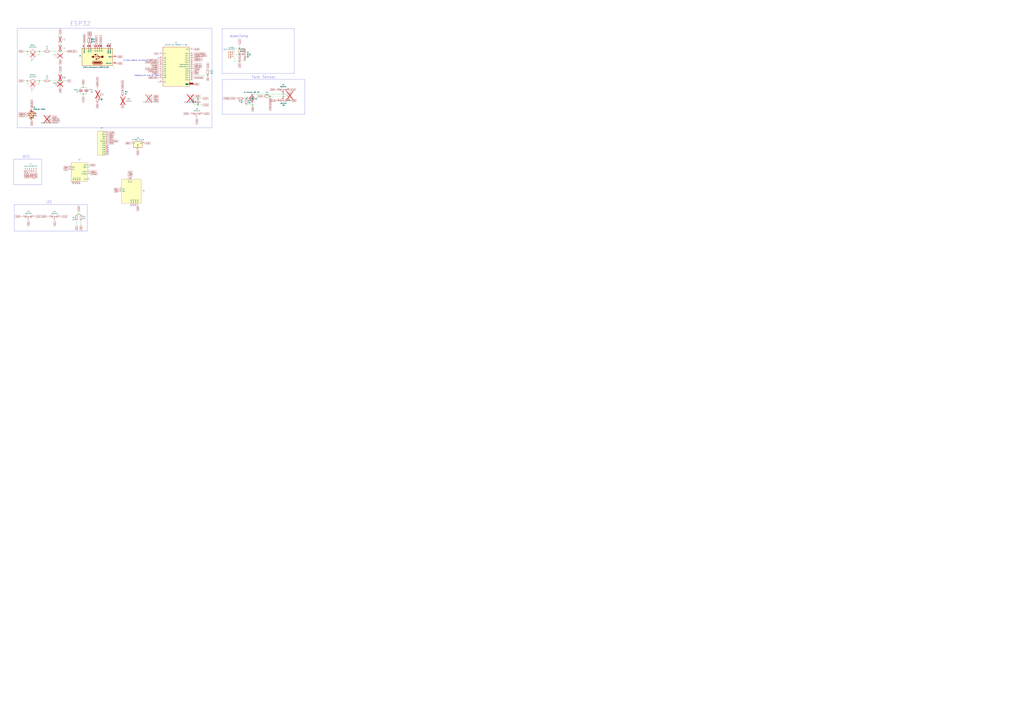
<source format=kicad_sch>
(kicad_sch
	(version 20250114)
	(generator "eeschema")
	(generator_version "9.0")
	(uuid "c26e8d55-0b6e-4c4e-b7c8-b1fed973201c")
	(paper "A0")
	(title_block
		(title "Plant Controller")
		(date "2020-12-21")
		(rev "0.4a")
		(company "C3MA")
	)
	
	(rectangle
		(start 16.51 237.744)
		(end 101.346 268.732)
		(stroke
			(width 0)
			(type default)
		)
		(fill
			(type none)
		)
		(uuid 1ed1aee0-8efb-486a-a550-066a86d5c669)
	)
	(rectangle
		(start 257.81 33.274)
		(end 341.63 85.344)
		(stroke
			(width 0)
			(type default)
		)
		(fill
			(type none)
		)
		(uuid 233c0351-cfd2-4f9e-b811-79c52fcb584d)
	)
	(rectangle
		(start 20.066 32.766)
		(end 246.126 148.59)
		(stroke
			(width 0)
			(type default)
		)
		(fill
			(type none)
		)
		(uuid 3a95b9e0-53dd-4840-b8fb-c11074eed081)
	)
	(rectangle
		(start 257.937 92.329)
		(end 354.076 132.715)
		(stroke
			(width 0)
			(type default)
		)
		(fill
			(type none)
		)
		(uuid 401e2773-4d08-4857-a7c2-f2ab6055fbac)
	)
	(rectangle
		(start 15.748 184.912)
		(end 48.26 214.63)
		(stroke
			(width 0)
			(type default)
		)
		(fill
			(type none)
		)
		(uuid f1cb09e6-74b4-43c4-8247-c9f441069dc5)
	)
	(text "To Allow Wakeup via interrupt"
		(exclude_from_sim no)
		(at 157.734 70.104 0)
		(effects
			(font
				(size 1.27 1.27)
			)
		)
		(uuid "2a2b2787-1ab7-4400-91a4-ad0dd84a1701")
	)
	(text "ESP32"
		(exclude_from_sim no)
		(at 81.28 30.48 0)
		(effects
			(font
				(size 5 5)
			)
			(justify left bottom)
		)
		(uuid "3279e749-d62b-45dc-920c-a4d4fc61f21f")
	)
	(text "Tank Sensor"
		(exclude_from_sim no)
		(at 292.1 91.44 0)
		(effects
			(font
				(size 3 3)
			)
			(justify left bottom)
		)
		(uuid "45d00ce1-d24d-4745-b54e-c4c2e50e0191")
	)
	(text "WaterTemp"
		(exclude_from_sim no)
		(at 266.954 43.688 0)
		(effects
			(font
				(size 2.667 2.667)
			)
			(justify left bottom)
		)
		(uuid "59c9990c-80fa-43e9-8e04-020dc8e86397")
	)
	(text "strapping pint must be high"
		(exclude_from_sim no)
		(at 169.672 87.63 0)
		(effects
			(font
				(size 1.27 1.27)
			)
		)
		(uuid "7b27cd3b-0694-416b-8a4d-db02b61ad3f5")
	)
	(text "I2C\n"
		(exclude_from_sim no)
		(at 53.34 236.728 0)
		(effects
			(font
				(size 3 3)
			)
			(justify left bottom)
		)
		(uuid "7ded9190-4a97-4053-98a7-9fc80b60531c")
	)
	(text "RTC"
		(exclude_from_sim no)
		(at 26.416 184.15 0)
		(effects
			(font
				(size 3 3)
			)
			(justify left bottom)
		)
		(uuid "9240960d-2696-4574-a275-d22681c8f19f")
	)
	(junction
		(at 31.75 59.69)
		(diameter 0)
		(color 0 0 0 0)
		(uuid "0c801748-df91-4145-83f3-9b19cb585cd0")
	)
	(junction
		(at 336.55 116.84)
		(diameter 0)
		(color 0 0 0 0)
		(uuid "38cdf507-3384-427d-b32f-3fb3e5d7998b")
	)
	(junction
		(at 69.85 59.69)
		(diameter 0)
		(color 0 0 0 0)
		(uuid "44bf766d-2222-4637-ada1-6cbff94abbf8")
	)
	(junction
		(at 278.13 63.5)
		(diameter 0)
		(color 0 0 0 0)
		(uuid "46c0ba75-4154-464f-9e5c-4307b07d2698")
	)
	(junction
		(at 91.44 248.92)
		(diameter 0)
		(color 0 0 0 0)
		(uuid "59cefdea-f0fc-4a2c-8ab5-1fb284bbff64")
	)
	(junction
		(at 229.87 121.92)
		(diameter 0)
		(color 0 0 0 0)
		(uuid "80d65bc6-dba9-4812-bdea-0cc2f75d7859")
	)
	(junction
		(at 241.3 87.63)
		(diameter 0)
		(color 0 0 0 0)
		(uuid "9d32f91d-40f9-42f9-b044-70d19854227e")
	)
	(junction
		(at 45.72 59.69)
		(diameter 0)
		(color 0 0 0 0)
		(uuid "a3104c80-278d-416a-b409-fd08d784c6c7")
	)
	(junction
		(at 293.37 121.92)
		(diameter 0)
		(color 0 0 0 0)
		(uuid "a9f9fd58-5fa0-4a3e-95c3-fc0252fa5af0")
	)
	(junction
		(at 285.75 114.3)
		(diameter 0)
		(color 0 0 0 0)
		(uuid "b0e4d6c4-9f37-4b7c-a61f-79c11d6c2915")
	)
	(junction
		(at 328.93 109.22)
		(diameter 0)
		(color 0 0 0 0)
		(uuid "b45885ae-1b76-41c5-80ca-f3da7767748a")
	)
	(junction
		(at 45.72 93.98)
		(diameter 0)
		(color 0 0 0 0)
		(uuid "c39add44-ba76-41fb-8f18-28fa0366e282")
	)
	(junction
		(at 31.75 93.98)
		(diameter 0)
		(color 0 0 0 0)
		(uuid "d2b0a197-1410-44de-bdc3-e63959ff5b39")
	)
	(junction
		(at 313.69 111.76)
		(diameter 0)
		(color 0 0 0 0)
		(uuid "d5a62d30-8595-4b2d-b77f-2c8c05e3af0b")
	)
	(junction
		(at 278.13 71.12)
		(diameter 0)
		(color 0 0 0 0)
		(uuid "d799f9e7-9ba0-4c73-ab01-d2e64da7f370")
	)
	(junction
		(at 229.87 114.3)
		(diameter 0)
		(color 0 0 0 0)
		(uuid "d87ec7ee-a984-4873-af6a-591dbaf9505a")
	)
	(junction
		(at 328.93 111.76)
		(diameter 0)
		(color 0 0 0 0)
		(uuid "df6d7758-99c5-489b-9654-8c13c4c38e3d")
	)
	(junction
		(at 278.13 55.88)
		(diameter 0)
		(color 0 0 0 0)
		(uuid "e02eebd3-438f-4aea-a333-95525a446142")
	)
	(junction
		(at 96.52 109.22)
		(diameter 0)
		(color 0 0 0 0)
		(uuid "eccbfa59-0c6d-47df-8d18-db1d8a427072")
	)
	(junction
		(at 69.85 93.98)
		(diameter 0)
		(color 0 0 0 0)
		(uuid "ed603a96-a752-490d-9f6b-e11a5c28a267")
	)
	(junction
		(at 96.52 101.6)
		(diameter 0)
		(color 0 0 0 0)
		(uuid "f1a67806-2122-488a-be9e-3def99cac9b4")
	)
	(no_connect
		(at 125.73 171.45)
		(uuid "042a3c4f-fc7c-485c-aabe-1c632984d65c")
	)
	(no_connect
		(at 31.75 200.66)
		(uuid "133b7027-41a1-4e09-a1e6-24d8bb033b2a")
	)
	(no_connect
		(at 128.27 50.8)
		(uuid "16cd29f7-51e5-42c3-ada2-8a4c178b95ad")
	)
	(no_connect
		(at 87.63 213.36)
		(uuid "1fef6aa9-e16e-4e30-ab2e-e5c200731dbd")
	)
	(no_connect
		(at 125.73 168.91)
		(uuid "220cb3ea-a614-400f-bc7e-e4f25676ccde")
	)
	(no_connect
		(at 125.73 179.07)
		(uuid "2d6d2844-0bae-404d-983e-7920a21aa69d")
	)
	(no_connect
		(at 184.15 67.31)
		(uuid "6d645bf1-339f-4b38-a26a-bdd168ca591e")
	)
	(no_connect
		(at 41.91 134.62)
		(uuid "6e3bf7f5-ac34-42e8-8ef5-a375f9ec4670")
	)
	(no_connect
		(at 157.48 238.76)
		(uuid "7306569b-013d-498d-a395-a72e41ebb18e")
	)
	(no_connect
		(at 90.17 213.36)
		(uuid "75413bf3-b323-4714-939b-59525bfb8740")
	)
	(no_connect
		(at 85.09 213.36)
		(uuid "846877b5-837c-45e1-a696-bb6e3ba13626")
	)
	(no_connect
		(at 125.73 176.53)
		(uuid "a8390fcb-9988-423b-8423-db0e0be81954")
	)
	(no_connect
		(at 29.21 200.66)
		(uuid "a8b1637e-8d2e-4941-b9bd-532be9ff9ba7")
	)
	(no_connect
		(at 125.73 50.8)
		(uuid "ab0c5d95-39c0-4c07-a7ec-b4ac971672cf")
	)
	(no_connect
		(at 92.71 213.36)
		(uuid "ae780baf-89ea-432c-ab88-1d97b3aa7029")
	)
	(no_connect
		(at 125.73 173.99)
		(uuid "bda4f916-338e-4b7c-b30e-30438aa9ebae")
	)
	(no_connect
		(at 154.94 238.76)
		(uuid "d755452d-1411-464e-b45d-aeadcafbc55d")
	)
	(no_connect
		(at 41.91 132.08)
		(uuid "d86b8e60-6beb-4fca-8d73-f997d63653a6")
	)
	(no_connect
		(at 152.4 238.76)
		(uuid "dba3f3cc-ab19-443f-be00-7fe172f57b00")
	)
	(no_connect
		(at 184.15 87.63)
		(uuid "f3c5dacd-33c5-408d-ad7a-be143502967e")
	)
	(wire
		(pts
			(xy 115.57 50.8) (xy 118.11 50.8)
		)
		(stroke
			(width 0)
			(type default)
		)
		(uuid "01464f01-1c59-4028-9471-09addc9dbe7c")
	)
	(wire
		(pts
			(xy 41.91 63.5) (xy 45.72 63.5)
		)
		(stroke
			(width 0)
			(type default)
		)
		(uuid "0177a789-58ee-4342-a75b-6dc9759a0292")
	)
	(wire
		(pts
			(xy 96.52 109.22) (xy 96.52 111.76)
		)
		(stroke
			(width 0)
			(type default)
		)
		(uuid "1ab70c7f-b32b-445d-9855-6db940558137")
	)
	(wire
		(pts
			(xy 43.18 59.69) (xy 45.72 59.69)
		)
		(stroke
			(width 0)
			(type default)
		)
		(uuid "1ca63fb6-baf6-4191-bb5e-78a70eea690f")
	)
	(wire
		(pts
			(xy 229.87 114.3) (xy 234.95 114.3)
		)
		(stroke
			(width 0)
			(type default)
		)
		(uuid "1ee75389-371d-4303-a4c9-a6fef7dc46c8")
	)
	(wire
		(pts
			(xy 69.85 93.98) (xy 77.47 93.98)
		)
		(stroke
			(width 0)
			(type default)
		)
		(uuid "21cbfe94-5ca9-4e05-91f8-af8286db52f0")
	)
	(wire
		(pts
			(xy 130.81 78.74) (xy 133.35 78.74)
		)
		(stroke
			(width 0)
			(type default)
		)
		(uuid "21f60869-92ca-48e7-9c92-e32ba51a2992")
	)
	(wire
		(pts
			(xy 275.59 114.3) (xy 274.32 114.3)
		)
		(stroke
			(width 0)
			(type default)
		)
		(uuid "2b5e2002-4910-4b28-b2af-64df078c8f37")
	)
	(wire
		(pts
			(xy 241.3 87.63) (xy 241.3 88.9)
		)
		(stroke
			(width 0)
			(type default)
		)
		(uuid "300e623b-0a9c-4423-aa64-510875be6be9")
	)
	(wire
		(pts
			(xy 34.29 97.79) (xy 31.75 97.79)
		)
		(stroke
			(width 0)
			(type default)
		)
		(uuid "31699884-19e8-4f5a-acb0-7aab16d601da")
	)
	(wire
		(pts
			(xy 45.72 63.5) (xy 45.72 59.69)
		)
		(stroke
			(width 0)
			(type default)
		)
		(uuid "31bf5f35-13b7-4fbb-8116-6685511be1f0")
	)
	(wire
		(pts
			(xy 278.13 52.07) (xy 278.13 55.88)
		)
		(stroke
			(width 0)
			(type default)
		)
		(uuid "36492ecb-e83c-44ed-bce9-108634ac94ff")
	)
	(wire
		(pts
			(xy 110.49 50.8) (xy 113.03 50.8)
		)
		(stroke
			(width 0)
			(type default)
		)
		(uuid "3b20760e-8468-417c-9610-a2277b48ecd3")
	)
	(wire
		(pts
			(xy 96.52 101.6) (xy 100.33 101.6)
		)
		(stroke
			(width 0)
			(type default)
		)
		(uuid "3dce1630-8f07-4681-bb48-60204f907b65")
	)
	(wire
		(pts
			(xy 226.06 114.3) (xy 229.87 114.3)
		)
		(stroke
			(width 0)
			(type default)
		)
		(uuid "44b868eb-c1c8-4396-a25b-1ed4bffa5df2")
	)
	(wire
		(pts
			(xy 271.78 55.88) (xy 278.13 55.88)
		)
		(stroke
			(width 0)
			(type default)
		)
		(uuid "466941da-e72c-4754-9ae3-e5f3e0803017")
	)
	(wire
		(pts
			(xy 320.04 104.14) (xy 321.31 104.14)
		)
		(stroke
			(width 0)
			(type default)
		)
		(uuid "4763bbcb-eda9-4ab0-ad66-1b29bb694dd2")
	)
	(wire
		(pts
			(xy 31.75 59.69) (xy 33.02 59.69)
		)
		(stroke
			(width 0)
			(type default)
		)
		(uuid "483615ee-41ef-48f3-bab8-747913a3b96f")
	)
	(wire
		(pts
			(xy 69.85 86.36) (xy 69.85 83.82)
		)
		(stroke
			(width 0)
			(type default)
		)
		(uuid "4bb38bb9-7c08-4826-a42b-21192907f190")
	)
	(wire
		(pts
			(xy 224.79 87.63) (xy 241.3 87.63)
		)
		(stroke
			(width 0)
			(type default)
		)
		(uuid "4fb87588-bd13-4f55-b134-6d17131334bf")
	)
	(wire
		(pts
			(xy 69.85 59.69) (xy 77.47 59.69)
		)
		(stroke
			(width 0)
			(type default)
		)
		(uuid "5256d83b-af0e-4569-b35e-4538fa9f0c95")
	)
	(wire
		(pts
			(xy 31.75 93.98) (xy 31.75 97.79)
		)
		(stroke
			(width 0)
			(type default)
		)
		(uuid "536ecfb7-07b7-4bf3-b53a-4fdb8c0b7f89")
	)
	(wire
		(pts
			(xy 45.72 59.69) (xy 50.8 59.69)
		)
		(stroke
			(width 0)
			(type default)
		)
		(uuid "54ca3150-def0-4bc3-8825-96aab67dcdc1")
	)
	(wire
		(pts
			(xy 69.85 49.53) (xy 69.85 52.07)
		)
		(stroke
			(width 0)
			(type default)
		)
		(uuid "55bd0438-7295-46aa-bd32-0ce2fda20b0b")
	)
	(wire
		(pts
			(xy 293.37 109.22) (xy 328.93 109.22)
		)
		(stroke
			(width 0)
			(type default)
		)
		(uuid "60a62d88-28f4-4168-abad-a0a075987d66")
	)
	(wire
		(pts
			(xy 219.71 132.08) (xy 220.98 132.08)
		)
		(stroke
			(width 0)
			(type default)
		)
		(uuid "62e15c17-7df5-475e-b103-0d4f69dd85c3")
	)
	(wire
		(pts
			(xy 226.06 116.84) (xy 226.06 121.92)
		)
		(stroke
			(width 0)
			(type default)
		)
		(uuid "644eabac-1c27-416e-bf4d-750948deadf2")
	)
	(wire
		(pts
			(xy 27.94 93.98) (xy 31.75 93.98)
		)
		(stroke
			(width 0)
			(type default)
		)
		(uuid "658cd722-822e-4271-af54-fd25a45efbeb")
	)
	(wire
		(pts
			(xy 69.85 59.69) (xy 69.85 60.96)
		)
		(stroke
			(width 0)
			(type default)
		)
		(uuid "700ef27d-1afc-4474-9c7e-7495dfb2cd41")
	)
	(wire
		(pts
			(xy 91.44 246.38) (xy 91.44 248.92)
		)
		(stroke
			(width 0)
			(type default)
		)
		(uuid "70866635-ddea-48d8-8718-83534d7ee14b")
	)
	(wire
		(pts
			(xy 96.52 99.06) (xy 96.52 101.6)
		)
		(stroke
			(width 0)
			(type default)
		)
		(uuid "722ee4f9-72ec-47c5-8af9-2593b457c9f6")
	)
	(wire
		(pts
			(xy 93.98 101.6) (xy 96.52 101.6)
		)
		(stroke
			(width 0)
			(type default)
		)
		(uuid "74b2227a-fa56-4549-b733-9557b9413712")
	)
	(wire
		(pts
			(xy 45.72 93.98) (xy 45.72 97.79)
		)
		(stroke
			(width 0)
			(type default)
		)
		(uuid "76babe23-9fed-45a3-9579-567c56af29ba")
	)
	(wire
		(pts
			(xy 34.29 63.5) (xy 31.75 63.5)
		)
		(stroke
			(width 0)
			(type default)
		)
		(uuid "7d485185-3d6f-4ba3-a470-0c5cd8a21f08")
	)
	(wire
		(pts
			(xy 31.75 93.98) (xy 33.02 93.98)
		)
		(stroke
			(width 0)
			(type default)
		)
		(uuid "7e0b43c8-36f8-4add-a349-afdc2cb53952")
	)
	(wire
		(pts
			(xy 271.78 71.12) (xy 278.13 71.12)
		)
		(stroke
			(width 0)
			(type default)
		)
		(uuid "80434ffa-f919-4d72-8038-56a22544dbf9")
	)
	(wire
		(pts
			(xy 93.98 109.22) (xy 96.52 109.22)
		)
		(stroke
			(width 0)
			(type default)
		)
		(uuid "8407ac68-3faf-4589-b1de-98116c7b6a4f")
	)
	(wire
		(pts
			(xy 278.13 63.5) (xy 279.4 63.5)
		)
		(stroke
			(width 0)
			(type default)
		)
		(uuid "85d1d84c-fd22-4545-baea-ced839ab08b1")
	)
	(wire
		(pts
			(xy 24.13 251.46) (xy 25.4 251.46)
		)
		(stroke
			(width 0)
			(type default)
		)
		(uuid "8c027af5-0ec1-4c51-959c-ea99286f05f4")
	)
	(wire
		(pts
			(xy 113.03 101.6) (xy 113.03 104.14)
		)
		(stroke
			(width 0)
			(type default)
		)
		(uuid "906456f1-74dc-4cc0-8aa6-e1b12a5b0326")
	)
	(wire
		(pts
			(xy 271.78 66.04) (xy 271.78 71.12)
		)
		(stroke
			(width 0)
			(type default)
		)
		(uuid "91e75e41-3d05-4931-9e4d-b6a0534378d1")
	)
	(wire
		(pts
			(xy 285.75 121.92) (xy 293.37 121.92)
		)
		(stroke
			(width 0)
			(type default)
		)
		(uuid "91ee550a-c477-47ca-85c9-86517cb173f8")
	)
	(wire
		(pts
			(xy 293.37 121.92) (xy 293.37 123.19)
		)
		(stroke
			(width 0)
			(type default)
		)
		(uuid "93c0481b-aacd-483f-a8cc-de3fae8dd8cf")
	)
	(wire
		(pts
			(xy 88.9 256.54) (xy 88.9 261.62)
		)
		(stroke
			(width 0)
			(type default)
		)
		(uuid "93c17db2-793e-4a58-8c7e-ff5af9ec0b01")
	)
	(wire
		(pts
			(xy 226.06 121.92) (xy 229.87 121.92)
		)
		(stroke
			(width 0)
			(type default)
		)
		(uuid "97d339c5-225b-44e6-942d-fe692ed2713c")
	)
	(wire
		(pts
			(xy 278.13 71.12) (xy 284.48 71.12)
		)
		(stroke
			(width 0)
			(type default)
		)
		(uuid "99c7b492-11b3-4968-bb47-e0e498beb4f4")
	)
	(wire
		(pts
			(xy 93.98 261.62) (xy 93.98 256.54)
		)
		(stroke
			(width 0)
			(type default)
		)
		(uuid "a0dea2ad-b1d7-490e-8617-4f6f933c9a95")
	)
	(wire
		(pts
			(xy 58.42 93.98) (xy 69.85 93.98)
		)
		(stroke
			(width 0)
			(type default)
		)
		(uuid "a650c4ef-35d1-41cc-a1b8-2f4d039def3e")
	)
	(wire
		(pts
			(xy 45.72 93.98) (xy 50.8 93.98)
		)
		(stroke
			(width 0)
			(type default)
		)
		(uuid "a6f20c79-82b3-4cbc-a418-b3e892edf979")
	)
	(wire
		(pts
			(xy 229.87 121.92) (xy 234.95 121.92)
		)
		(stroke
			(width 0)
			(type default)
		)
		(uuid "a9a80599-37da-40a1-aecd-15d6cb538347")
	)
	(wire
		(pts
			(xy 41.91 97.79) (xy 45.72 97.79)
		)
		(stroke
			(width 0)
			(type default)
		)
		(uuid "b0727bbf-4aa0-4f1f-a393-5a2444607ca8")
	)
	(wire
		(pts
			(xy 43.18 93.98) (xy 45.72 93.98)
		)
		(stroke
			(width 0)
			(type default)
		)
		(uuid "b34bc502-57b5-42ca-a1e3-e37a6b18fa8a")
	)
	(wire
		(pts
			(xy 293.37 121.92) (xy 293.37 119.38)
		)
		(stroke
			(width 0)
			(type default)
		)
		(uuid "b5a66bcd-3d77-4fc3-a7ef-9522ea59d5b4")
	)
	(wire
		(pts
			(xy 278.13 71.12) (xy 278.13 72.39)
		)
		(stroke
			(width 0)
			(type default)
		)
		(uuid "b8e1344d-eebb-405e-bf45-bf7286818846")
	)
	(wire
		(pts
			(xy 278.13 55.88) (xy 284.48 55.88)
		)
		(stroke
			(width 0)
			(type default)
		)
		(uuid "c3c4e6a5-ffd0-4949-b1ed-9dbac4816a31")
	)
	(wire
		(pts
			(xy 31.75 63.5) (xy 31.75 59.69)
		)
		(stroke
			(width 0)
			(type default)
		)
		(uuid "c64f7182-b1d1-414b-8311-bf9c8def56b0")
	)
	(wire
		(pts
			(xy 27.94 59.69) (xy 31.75 59.69)
		)
		(stroke
			(width 0)
			(type default)
		)
		(uuid "c80e2422-7139-49dc-b3f9-625263c3cdf8")
	)
	(wire
		(pts
			(xy 313.69 111.76) (xy 313.69 113.03)
		)
		(stroke
			(width 0)
			(type default)
		)
		(uuid "d015eee5-e700-4aae-9740-7584ac86f2dc")
	)
	(wire
		(pts
			(xy 69.85 40.64) (xy 69.85 41.91)
		)
		(stroke
			(width 0)
			(type default)
		)
		(uuid "d32bf4e8-ecff-4ac9-ad29-ae1c8bda82d7")
	)
	(wire
		(pts
			(xy 271.78 60.96) (xy 271.78 55.88)
		)
		(stroke
			(width 0)
			(type default)
		)
		(uuid "db1449f4-7508-4d35-a59d-651f6bb67398")
	)
	(wire
		(pts
			(xy 328.93 111.76) (xy 331.47 111.76)
		)
		(stroke
			(width 0)
			(type default)
		)
		(uuid "e1cb434d-ad4f-4f8f-9de9-d90ae9cd1c77")
	)
	(wire
		(pts
			(xy 283.21 114.3) (xy 285.75 114.3)
		)
		(stroke
			(width 0)
			(type default)
		)
		(uuid "e2df7712-ab61-410a-b1b8-e5fe74794534")
	)
	(wire
		(pts
			(xy 54.61 251.46) (xy 55.88 251.46)
		)
		(stroke
			(width 0)
			(type default)
		)
		(uuid "e3114c64-3a58-46b0-a670-c83661c7de49")
	)
	(wire
		(pts
			(xy 313.69 111.76) (xy 328.93 111.76)
		)
		(stroke
			(width 0)
			(type default)
		)
		(uuid "ed1859d2-f596-4cb5-a5ad-7acc9d34a435")
	)
	(wire
		(pts
			(xy 58.42 59.69) (xy 69.85 59.69)
		)
		(stroke
			(width 0)
			(type default)
		)
		(uuid "efe43904-6098-445c-abdc-2bc8ca9294e5")
	)
	(wire
		(pts
			(xy 328.93 109.22) (xy 331.47 109.22)
		)
		(stroke
			(width 0)
			(type default)
		)
		(uuid "f0fe1774-fe0e-4df8-8b74-3ff52c87b757")
	)
	(wire
		(pts
			(xy 337.82 116.84) (xy 336.55 116.84)
		)
		(stroke
			(width 0)
			(type default)
		)
		(uuid "f1a50e89-e842-4523-8212-2d0c94809628")
	)
	(wire
		(pts
			(xy 96.52 109.22) (xy 100.33 109.22)
		)
		(stroke
			(width 0)
			(type default)
		)
		(uuid "f1c085fa-3dc9-4e20-974e-d9de9c622474")
	)
	(wire
		(pts
			(xy 88.9 248.92) (xy 91.44 248.92)
		)
		(stroke
			(width 0)
			(type default)
		)
		(uuid "f5e7d45d-4790-4305-9401-f604f4076991")
	)
	(wire
		(pts
			(xy 271.78 63.5) (xy 278.13 63.5)
		)
		(stroke
			(width 0)
			(type default)
		)
		(uuid "f9c01c92-19e3-4daa-9743-ed08778d5561")
	)
	(wire
		(pts
			(xy 91.44 248.92) (xy 93.98 248.92)
		)
		(stroke
			(width 0)
			(type default)
		)
		(uuid "ff6dab05-366f-49e5-b875-92ab1629809b")
	)
	(global_label "TANK_SENSOR"
		(shape input)
		(at 184.15 80.01 180)
		(fields_autoplaced yes)
		(effects
			(font
				(size 1.27 1.27)
			)
			(justify right)
		)
		(uuid "0277878d-a4a6-4231-8b67-d156df63670e")
		(property "Intersheetrefs" "${INTERSHEET_REFS}"
			(at 168.6957 80.01 0)
			(effects
				(font
					(size 1.27 1.27)
				)
				(justify right)
				(hide yes)
			)
		)
	)
	(global_label "GND"
		(shape input)
		(at 337.82 116.84 0)
		(fields_autoplaced yes)
		(effects
			(font
				(size 1.27 1.27)
			)
			(justify left)
		)
		(uuid "05c81bef-81a5-4a36-ab49-e60fb7156524")
		(property "Intersheetrefs" "${INTERSHEET_REFS}"
			(at 343.9421 116.84 0)
			(effects
				(font
					(size 1.27 1.27)
				)
				(justify left)
				(hide yes)
			)
		)
	)
	(global_label "3_3V"
		(shape input)
		(at 321.31 116.84 180)
		(fields_autoplaced yes)
		(effects
			(font
				(size 1.27 1.27)
			)
			(justify right)
		)
		(uuid "05d6d37f-4aa5-4dd8-a14c-e60a7d890ed1")
		(property "Intersheetrefs" "${INTERSHEET_REFS}"
			(at 314.5832 116.84 0)
			(effects
				(font
					(size 1.27 1.27)
				)
				(justify right)
				(hide yes)
			)
		)
	)
	(global_label "VBAT"
		(shape input)
		(at 152.4 205.74 90)
		(fields_autoplaced yes)
		(effects
			(font
				(size 1.27 1.27)
			)
			(justify left)
		)
		(uuid "06c8a595-7bf2-4dd7-a4f0-ac17b2d46649")
		(property "Intersheetrefs" "${INTERSHEET_REFS}"
			(at 152.4 198.9942 90)
			(effects
				(font
					(size 1.27 1.27)
				)
				(justify left)
				(hide yes)
			)
		)
	)
	(global_label "GND"
		(shape input)
		(at 320.04 104.14 180)
		(fields_autoplaced yes)
		(effects
			(font
				(size 1.27 1.27)
			)
			(justify right)
		)
		(uuid "07eb776c-3b6c-493d-938d-f5eeb93bb30f")
		(property "Intersheetrefs" "${INTERSHEET_REFS}"
			(at 313.9179 104.14 0)
			(effects
				(font
					(size 1.27 1.27)
				)
				(justify right)
				(hide yes)
			)
		)
	)
	(global_label "GND"
		(shape input)
		(at 96.52 99.06 90)
		(fields_autoplaced yes)
		(effects
			(font
				(size 1.27 1.27)
			)
			(justify left)
		)
		(uuid "07f2735a-5fa4-495f-a960-1a2fafe677bd")
		(property "Intersheetrefs" "${INTERSHEET_REFS}"
			(at 96.52 92.9379 90)
			(effects
				(font
					(size 1.27 1.27)
				)
				(justify left)
				(hide yes)
			)
		)
	)
	(global_label "3_3V"
		(shape input)
		(at 149.86 205.74 90)
		(fields_autoplaced yes)
		(effects
			(font
				(size 1.27 1.27)
			)
			(justify left)
		)
		(uuid "09a7e979-4a18-4d80-a7c2-c9c10cdbfd9d")
		(property "Intersheetrefs" "${INTERSHEET_REFS}"
			(at 149.86 198.9338 90)
			(effects
				(font
					(size 1.27 1.27)
				)
				(justify left)
				(hide yes)
			)
		)
	)
	(global_label "GND"
		(shape input)
		(at 226.06 111.76 0)
		(fields_autoplaced yes)
		(effects
			(font
				(size 1.27 1.27)
			)
			(justify left)
		)
		(uuid "09df9ed6-1e8f-41ca-830c-ab300f318c83")
		(property "Intersheetrefs" "${INTERSHEET_REFS}"
			(at 232.2615 111.76 0)
			(effects
				(font
					(size 1.27 1.27)
				)
				(justify left)
				(hide yes)
			)
		)
	)
	(global_label "Charge"
		(shape input)
		(at 184.15 74.93 180)
		(fields_autoplaced yes)
		(effects
			(font
				(size 1.27 1.27)
			)
			(justify right)
		)
		(uuid "0d0161bc-7240-4eee-8726-d1822cffb0f6")
		(property "Intersheetrefs" "${INTERSHEET_REFS}"
			(at 175.2272 74.93 0)
			(effects
				(font
					(size 1.27 1.27)
				)
				(justify right)
				(hide yes)
			)
		)
	)
	(global_label "USB_D-"
		(shape input)
		(at 111.76 50.8 90)
		(fields_autoplaced yes)
		(effects
			(font
				(size 1.27 1.27)
			)
			(justify left)
		)
		(uuid "0d994ccb-a63f-4416-9894-9ddfda536836")
		(property "Intersheetrefs" "${INTERSHEET_REFS}"
			(at 111.76 40.849 90)
			(effects
				(font
					(size 1.27 1.27)
				)
				(justify left)
				(hide yes)
			)
		)
	)
	(global_label "SDA"
		(shape input)
		(at 36.83 200.66 270)
		(fields_autoplaced yes)
		(effects
			(font
				(size 1.27 1.27)
			)
			(justify right)
		)
		(uuid "15df726b-dd98-4aca-996c-07a91cdb9d7a")
		(property "Intersheetrefs" "${INTERSHEET_REFS}"
			(at 36.83 206.5591 90)
			(effects
				(font
					(size 1.27 1.27)
				)
				(justify right)
				(hide yes)
			)
		)
	)
	(global_label "SDA"
		(shape input)
		(at 177.8 116.84 0)
		(fields_autoplaced yes)
		(effects
			(font
				(size 1.27 1.27)
			)
			(justify left)
		)
		(uuid "1c205131-2195-4fc5-98ca-0cab3ff1b276")
		(property "Intersheetrefs" "${INTERSHEET_REFS}"
			(at 183.6197 116.84 0)
			(effects
				(font
					(size 1.27 1.27)
				)
				(justify left)
				(hide yes)
			)
		)
	)
	(global_label "OE"
		(shape input)
		(at 241.3 88.9 270)
		(fields_autoplaced yes)
		(effects
			(font
				(size 1.27 1.27)
			)
			(justify right)
		)
		(uuid "1dc7911b-61e6-4396-9165-92655d161c8b")
		(property "Intersheetrefs" "${INTERSHEET_REFS}"
			(at 241.3 93.7105 90)
			(effects
				(font
					(size 1.27 1.27)
				)
				(justify right)
				(hide yes)
			)
		)
	)
	(global_label "GND"
		(shape input)
		(at 293.37 123.19 270)
		(fields_autoplaced yes)
		(effects
			(font
				(size 1.27 1.27)
			)
			(justify right)
		)
		(uuid "20826301-241c-4b61-8480-c1231645cf78")
		(property "Intersheetrefs" "${INTERSHEET_REFS}"
			(at 293.37 129.3121 90)
			(effects
				(font
					(size 1.27 1.27)
				)
				(justify right)
				(hide yes)
			)
		)
	)
	(global_label "GND"
		(shape input)
		(at 24.13 251.46 180)
		(fields_autoplaced yes)
		(effects
			(font
				(size 1.27 1.27)
			)
			(justify right)
		)
		(uuid "29a5ca9f-ceff-4d1f-9d68-01494322a3e8")
		(property "Intersheetrefs" "${INTERSHEET_REFS}"
			(at 18.0079 251.46 0)
			(effects
				(font
					(size 1.27 1.27)
				)
				(justify right)
				(hide yes)
			)
		)
	)
	(global_label "USB_BUS"
		(shape input)
		(at 36.83 127 90)
		(fields_autoplaced yes)
		(effects
			(font
				(size 1.27 1.27)
			)
			(justify left)
		)
		(uuid "2c73b682-c34d-4be6-90ef-25750bdd4b53")
		(property "Intersheetrefs" "${INTERSHEET_REFS}"
			(at 36.83 116.0814 90)
			(effects
				(font
					(size 1.27 1.27)
				)
				(justify left)
				(hide yes)
			)
		)
	)
	(global_label "PUMP_ENABLE"
		(shape input)
		(at 184.15 72.39 180)
		(fields_autoplaced yes)
		(effects
			(font
				(size 1.27 1.27)
			)
			(justify right)
		)
		(uuid "2e795b18-a106-4105-bbb4-8c45273e4987")
		(property "Intersheetrefs" "${INTERSHEET_REFS}"
			(at 168.5143 72.39 0)
			(effects
				(font
					(size 1.27 1.27)
				)
				(justify right)
				(hide yes)
			)
		)
	)
	(global_label "SDA"
		(shape input)
		(at 224.79 85.09 0)
		(fields_autoplaced yes)
		(effects
			(font
				(size 1.27 1.27)
			)
			(justify left)
		)
		(uuid "2eebddac-8c2f-4574-8648-38ee33af1472")
		(property "Intersheetrefs" "${INTERSHEET_REFS}"
			(at 230.6891 85.09 0)
			(effects
				(font
					(size 1.27 1.27)
				)
				(justify left)
				(hide yes)
			)
		)
	)
	(global_label "GND"
		(shape input)
		(at 160.02 173.99 270)
		(fields_autoplaced yes)
		(effects
			(font
				(size 1.27 1.27)
			)
			(justify right)
		)
		(uuid "300650e6-036d-445a-a054-e0480cee81f6")
		(property "Intersheetrefs" "${INTERSHEET_REFS}"
			(at 160.02 180.1915 90)
			(effects
				(font
					(size 1.27 1.27)
				)
				(justify right)
				(hide yes)
			)
		)
	)
	(global_label "WORKING"
		(shape input)
		(at 142.24 104.14 90)
		(fields_autoplaced yes)
		(effects
			(font
				(size 1.27 1.27)
			)
			(justify left)
		)
		(uuid "303310f5-7f76-473a-84ff-825ecc4bddd1")
		(property "Intersheetrefs" "${INTERSHEET_REFS}"
			(at 142.24 93.2818 90)
			(effects
				(font
					(size 1.27 1.27)
				)
				(justify left)
				(hide yes)
			)
		)
	)
	(global_label "FLOW"
		(shape input)
		(at 228.6 137.16 270)
		(fields_autoplaced yes)
		(effects
			(font
				(size 1.27 1.27)
			)
			(justify right)
		)
		(uuid "34231fa6-ab62-4cfa-828a-b9604edabdea")
		(property "Intersheetrefs" "${INTERSHEET_REFS}"
			(at 228.6 144.3896 90)
			(effects
				(font
					(size 1.27 1.27)
				)
				(justify right)
				(hide yes)
			)
		)
	)
	(global_label "GND"
		(shape input)
		(at 224.79 97.79 0)
		(fields_autoplaced yes)
		(effects
			(font
				(size 1.27 1.27)
			)
			(justify left)
		)
		(uuid "3952489d-2258-4eb0-b36f-fed0b81dc0f7")
		(property "Intersheetrefs" "${INTERSHEET_REFS}"
			(at 230.9121 97.79 0)
			(effects
				(font
					(size 1.27 1.27)
				)
				(justify left)
				(hide yes)
			)
		)
	)
	(global_label "GND"
		(shape input)
		(at 59.69 135.89 0)
		(fields_autoplaced yes)
		(effects
			(font
				(size 1.27 1.27)
			)
			(justify left)
		)
		(uuid "472614c1-a2b1-4366-9d8e-904ae5de7b8a")
		(property "Intersheetrefs" "${INTERSHEET_REFS}"
			(at 65.8915 135.89 0)
			(effects
				(font
					(size 1.27 1.27)
				)
				(justify left)
				(hide yes)
			)
		)
	)
	(global_label "USB_D-"
		(shape input)
		(at 224.79 67.31 0)
		(fields_autoplaced yes)
		(effects
			(font
				(size 1.27 1.27)
			)
			(justify left)
		)
		(uuid "4762d8da-1631-45c2-a8a0-68b72266e13f")
		(property "Intersheetrefs" "${INTERSHEET_REFS}"
			(at 234.741 67.31 0)
			(effects
				(font
					(size 1.27 1.27)
				)
				(justify left)
				(hide yes)
			)
		)
	)
	(global_label "3_3V"
		(shape input)
		(at 224.79 57.15 0)
		(fields_autoplaced yes)
		(effects
			(font
				(size 1.27 1.27)
			)
			(justify left)
		)
		(uuid "4b58c183-fef7-4f16-8227-b9c944318b7a")
		(property "Intersheetrefs" "${INTERSHEET_REFS}"
			(at 231.5962 57.15 0)
			(effects
				(font
					(size 1.27 1.27)
				)
				(justify left)
				(hide yes)
			)
		)
	)
	(global_label "GND"
		(shape input)
		(at 219.71 132.08 180)
		(fields_autoplaced yes)
		(effects
			(font
				(size 1.27 1.27)
			)
			(justify right)
		)
		(uuid "4e1f5596-4d13-4a09-8265-b9712f406076")
		(property "Intersheetrefs" "${INTERSHEET_REFS}"
			(at 213.5879 132.08 0)
			(effects
				(font
					(size 1.27 1.27)
				)
				(justify right)
				(hide yes)
			)
		)
	)
	(global_label "LED_ENABLE"
		(shape input)
		(at 224.79 62.23 0)
		(fields_autoplaced yes)
		(effects
			(font
				(size 1.27 1.27)
			)
			(justify left)
		)
		(uuid "5064f40a-c39f-4b20-b500-6fe3c570c724")
		(property "Intersheetrefs" "${INTERSHEET_REFS}"
			(at 238.4715 62.23 0)
			(effects
				(font
					(size 1.27 1.27)
				)
				(justify left)
				(hide yes)
			)
		)
	)
	(global_label "GND"
		(shape input)
		(at 27.94 59.69 180)
		(fields_autoplaced yes)
		(effects
			(font
				(size 1.27 1.27)
			)
			(justify right)
		)
		(uuid "518069ba-320e-4078-b2d1-770c0e5ec936")
		(property "Intersheetrefs" "${INTERSHEET_REFS}"
			(at 21.7385 59.69 0)
			(effects
				(font
					(size 1.27 1.27)
				)
				(justify right)
				(hide yes)
			)
		)
	)
	(global_label "GND"
		(shape input)
		(at 125.73 166.37 0)
		(fields_autoplaced yes)
		(effects
			(font
				(size 1.27 1.27)
			)
			(justify left)
		)
		(uuid "51e33a9c-f244-46d5-81be-410c3572200f")
		(property "Intersheetrefs" "${INTERSHEET_REFS}"
			(at 131.9315 166.37 0)
			(effects
				(font
					(size 1.27 1.27)
				)
				(justify left)
				(hide yes)
			)
		)
	)
	(global_label "USB_D-"
		(shape input)
		(at 31.75 134.62 180)
		(fields_autoplaced yes)
		(effects
			(font
				(size 1.27 1.27)
			)
			(justify right)
		)
		(uuid "56adb73e-4df4-4836-a1b9-8ea138890f53")
		(property "Intersheetrefs" "${INTERSHEET_REFS}"
			(at 21.799 134.62 0)
			(effects
				(font
					(size 1.27 1.27)
				)
				(justify right)
				(hide yes)
			)
		)
	)
	(global_label "ESP_RX"
		(shape input)
		(at 59.69 140.97 0)
		(fields_autoplaced yes)
		(effects
			(font
				(size 1.27 1.27)
			)
			(justify left)
		)
		(uuid "61d129ab-3973-43c2-92f3-9e20630d38d2")
		(property "Intersheetrefs" "${INTERSHEET_REFS}"
			(at 69.0966 140.97 0)
			(effects
				(font
					(size 1.27 1.27)
				)
				(justify left)
				(hide yes)
			)
		)
	)
	(global_label "ENABLE_TANK"
		(shape input)
		(at 224.79 64.77 0)
		(fields_autoplaced yes)
		(effects
			(font
				(size 1.27 1.27)
			)
			(justify left)
		)
		(uuid "61eeee41-57d3-4b33-9725-e4bd7ce790e6")
		(property "Intersheetrefs" "${INTERSHEET_REFS}"
			(at 239.6811 64.77 0)
			(effects
				(font
					(size 1.27 1.27)
				)
				(justify left)
				(hide yes)
			)
		)
	)
	(global_label "SDA"
		(shape input)
		(at 138.43 222.25 180)
		(fields_autoplaced yes)
		(effects
			(font
				(size 1.27 1.27)
			)
			(justify right)
		)
		(uuid "637476db-ce8b-4693-97c2-edf2030fd143")
		(property "Intersheetrefs" "${INTERSHEET_REFS}"
			(at 132.5309 222.25 0)
			(effects
				(font
					(size 1.27 1.27)
				)
				(justify right)
				(hide yes)
			)
		)
	)
	(global_label "WARN_LED"
		(shape input)
		(at 184.15 82.55 180)
		(fields_autoplaced yes)
		(effects
			(font
				(size 1.27 1.27)
			)
			(justify right)
		)
		(uuid "63850aa5-2eca-4827-9a2f-c5aed597072f")
		(property "Intersheetrefs" "${INTERSHEET_REFS}"
			(at 172.2638 82.55 0)
			(effects
				(font
					(size 1.27 1.27)
				)
				(justify right)
				(hide yes)
			)
		)
	)
	(global_label "USB_D+"
		(shape input)
		(at 31.75 132.08 180)
		(fields_autoplaced yes)
		(effects
			(font
				(size 1.27 1.27)
			)
			(justify right)
		)
		(uuid "641fdc18-0e68-4102-a25f-5a64897a99a9")
		(property "Intersheetrefs" "${INTERSHEET_REFS}"
			(at 21.799 132.08 0)
			(effects
				(font
					(size 1.27 1.27)
				)
				(justify right)
				(hide yes)
			)
		)
	)
	(global_label "GND"
		(shape input)
		(at 105.41 43.18 90)
		(fields_autoplaced yes)
		(effects
			(font
				(size 1.27 1.27)
			)
			(justify left)
		)
		(uuid "6670a1f5-f930-41ff-903e-31d9082b122d")
		(property "Intersheetrefs" "${INTERSHEET_REFS}"
			(at 105.41 36.9785 90)
			(effects
				(font
					(size 1.27 1.27)
				)
				(justify left)
				(hide yes)
			)
		)
	)
	(global_label "3_3V"
		(shape input)
		(at 234.95 114.3 0)
		(fields_autoplaced yes)
		(effects
			(font
				(size 1.27 1.27)
			)
			(justify left)
		)
		(uuid "67b332d5-995e-4594-8c9e-ace2cfdb02b2")
		(property "Intersheetrefs" "${INTERSHEET_REFS}"
			(at 241.7562 114.3 0)
			(effects
				(font
					(size 1.27 1.27)
				)
				(justify left)
				(hide yes)
			)
		)
	)
	(global_label "EN"
		(shape input)
		(at 184.15 62.23 180)
		(fields_autoplaced yes)
		(effects
			(font
				(size 1.27 1.27)
			)
			(justify right)
		)
		(uuid "6b6568c4-47b2-4aac-9d8b-54c9a4ad6c4c")
		(property "Intersheetrefs" "${INTERSHEET_REFS}"
			(at 179.3395 62.23 0)
			(effects
				(font
					(size 1.27 1.27)
				)
				(justify right)
				(hide yes)
			)
		)
	)
	(global_label "SCL"
		(shape input)
		(at 177.8 114.3 0)
		(fields_autoplaced yes)
		(effects
			(font
				(size 1.27 1.27)
			)
			(justify left)
		)
		(uuid "6cf9fe14-5e08-46ff-90e9-f506b43eab29")
		(property "Intersheetrefs" "${INTERSHEET_REFS}"
			(at 183.6386 114.3 0)
			(effects
				(font
					(size 1.27 1.27)
				)
				(justify left)
				(hide yes)
			)
		)
	)
	(global_label "GND"
		(shape input)
		(at 69.85 101.6 270)
		(fields_autoplaced yes)
		(effects
			(font
				(size 1.27 1.27)
			)
			(justify right)
		)
		(uuid "6db7a698-ea02-4827-8d59-205d50db964b")
		(property "Intersheetrefs" "${INTERSHEET_REFS}"
			(at 69.85 107.8015 90)
			(effects
				(font
					(size 1.27 1.27)
				)
				(justify right)
				(hide yes)
			)
		)
	)
	(global_label "ENABLE_TANK"
		(shape input)
		(at 274.32 114.3 180)
		(fields_autoplaced yes)
		(effects
			(font
				(size 1.27 1.27)
			)
			(justify right)
		)
		(uuid "6feb58a8-369a-492a-a698-068f15390f0b")
		(property "Intersheetrefs" "${INTERSHEET_REFS}"
			(at 259.4289 114.3 0)
			(effects
				(font
					(size 1.27 1.27)
				)
				(justify right)
				(hide yes)
			)
		)
	)
	(global_label "3_3V"
		(shape input)
		(at 306.07 111.76 180)
		(fields_autoplaced yes)
		(effects
			(font
				(size 1.27 1.27)
			)
			(justify right)
		)
		(uuid "726adb2d-ca71-4530-8b5a-c7a1319cedb6")
		(property "Intersheetrefs" "${INTERSHEET_REFS}"
			(at 299.3432 111.76 0)
			(effects
				(font
					(size 1.27 1.27)
				)
				(justify right)
				(hide yes)
			)
		)
	)
	(global_label "3_3V"
		(shape input)
		(at 39.37 200.66 270)
		(fields_autoplaced yes)
		(effects
			(font
				(size 1.27 1.27)
			)
			(justify right)
		)
		(uuid "73fa36ab-01ba-4c87-a2e4-b5e5f1aa531d")
		(property "Intersheetrefs" "${INTERSHEET_REFS}"
			(at 39.37 207.4662 90)
			(effects
				(font
					(size 1.27 1.27)
				)
				(justify right)
				(hide yes)
			)
		)
	)
	(global_label "ESP_TX"
		(shape input)
		(at 224.79 74.93 0)
		(fields_autoplaced yes)
		(effects
			(font
				(size 1.27 1.27)
			)
			(justify left)
		)
		(uuid "797d79c4-b665-4570-b525-60099fe4cf14")
		(property "Intersheetrefs" "${INTERSHEET_REFS}"
			(at 233.8942 74.93 0)
			(effects
				(font
					(size 1.27 1.27)
				)
				(justify left)
				(hide yes)
			)
		)
	)
	(global_label "GND"
		(shape input)
		(at 278.13 72.39 270)
		(fields_autoplaced yes)
		(effects
			(font
				(size 1.27 1.27)
			)
			(justify right)
		)
		(uuid "7c728893-8e91-4fd0-a7a5-d059f2e0cf46")
		(property "Intersheetrefs" "${INTERSHEET_REFS}"
			(at 278.13 78.5915 90)
			(effects
				(font
					(size 1.27 1.27)
				)
				(justify right)
				(hide yes)
			)
		)
	)
	(global_label "TANK_SENSOR"
		(shape input)
		(at 313.69 113.03 270)
		(fields_autoplaced yes)
		(effects
			(font
				(size 1.27 1.27)
			)
			(justify right)
		)
		(uuid "7d1f6969-74d5-4c31-abea-578b57fb10f5")
		(property "Intersheetrefs" "${INTERSHEET_REFS}"
			(at 313.69 128.4049 90)
			(effects
				(font
					(size 1.27 1.27)
				)
				(justify right)
				(hide yes)
			)
		)
	)
	(global_label "GND"
		(shape input)
		(at 113.03 119.38 270)
		(fields_autoplaced yes)
		(effects
			(font
				(size 1.27 1.27)
			)
			(justify right)
		)
		(uuid "83728aa1-e51b-46a5-ad88-b30fae619e6d")
		(property "Intersheetrefs" "${INTERSHEET_REFS}"
			(at 113.03 125.5815 90)
			(effects
				(font
					(size 1.27 1.27)
				)
				(justify right)
				(hide yes)
			)
		)
	)
	(global_label "GND"
		(shape input)
		(at 104.14 191.77 0)
		(fields_autoplaced yes)
		(effects
			(font
				(size 1.27 1.27)
			)
			(justify left)
		)
		(uuid "894a2ba7-42c6-4e98-84ff-bcd6be72bc93")
		(property "Intersheetrefs" "${INTERSHEET_REFS}"
			(at 110.3415 191.77 0)
			(effects
				(font
					(size 1.27 1.27)
				)
				(justify left)
				(hide yes)
			)
		)
	)
	(global_label "FLOW"
		(shape input)
		(at 184.15 77.47 180)
		(fields_autoplaced yes)
		(effects
			(font
				(size 1.27 1.27)
			)
			(justify right)
		)
		(uuid "8a42d86d-f1d1-4fcf-8097-bd009a343904")
		(property "Intersheetrefs" "${INTERSHEET_REFS}"
			(at 176.9204 77.47 0)
			(effects
				(font
					(size 1.27 1.27)
				)
				(justify right)
				(hide yes)
			)
		)
	)
	(global_label "FLOW"
		(shape input)
		(at 234.95 121.92 0)
		(fields_autoplaced yes)
		(effects
			(font
				(size 1.27 1.27)
			)
			(justify left)
		)
		(uuid "8f5f271f-5891-4cb6-af24-301300e256e8")
		(property "Intersheetrefs" "${INTERSHEET_REFS}"
			(at 242.1796 121.92 0)
			(effects
				(font
					(size 1.27 1.27)
				)
				(justify left)
				(hide yes)
			)
		)
	)
	(global_label "GND"
		(shape input)
		(at 54.61 251.46 180)
		(fields_autoplaced yes)
		(effects
			(font
				(size 1.27 1.27)
			)
			(justify right)
		)
		(uuid "90976bfa-da90-48df-a55c-ae16ad01172e")
		(property "Intersheetrefs" "${INTERSHEET_REFS}"
			(at 48.4879 251.46 0)
			(effects
				(font
					(size 1.27 1.27)
				)
				(justify right)
				(hide yes)
			)
		)
	)
	(global_label "3_3V"
		(shape input)
		(at 241.3 80.01 90)
		(fields_autoplaced yes)
		(effects
			(font
				(size 1.27 1.27)
			)
			(justify left)
		)
		(uuid "939973dd-3886-44f2-91f1-81aa15ce6b0f")
		(property "Intersheetrefs" "${INTERSHEET_REFS}"
			(at 241.3 73.2038 90)
			(effects
				(font
					(size 1.27 1.27)
				)
				(justify left)
				(hide yes)
			)
		)
	)
	(global_label "GND"
		(shape input)
		(at 36.83 139.7 270)
		(fields_autoplaced yes)
		(effects
			(font
				(size 1.27 1.27)
			)
			(justify right)
		)
		(uuid "95b2a4d4-2359-4606-9d5e-576aae270781")
		(property "Intersheetrefs" "${INTERSHEET_REFS}"
			(at 36.83 145.9015 90)
			(effects
				(font
					(size 1.27 1.27)
				)
				(justify right)
				(hide yes)
			)
		)
	)
	(global_label "SCL"
		(shape input)
		(at 34.29 200.66 270)
		(fields_autoplaced yes)
		(effects
			(font
				(size 1.27 1.27)
			)
			(justify right)
		)
		(uuid "95c8403a-6494-4851-813a-9674c401c511")
		(property "Intersheetrefs" "${INTERSHEET_REFS}"
			(at 34.29 206.4986 90)
			(effects
				(font
					(size 1.27 1.27)
				)
				(justify right)
				(hide yes)
			)
		)
	)
	(global_label "3_3V"
		(shape input)
		(at 71.12 251.46 0)
		(fields_autoplaced yes)
		(effects
			(font
				(size 1.27 1.27)
			)
			(justify left)
		)
		(uuid "963bb78d-0589-4750-a604-ac055856b873")
		(property "Intersheetrefs" "${INTERSHEET_REFS}"
			(at 77.8468 251.46 0)
			(effects
				(font
					(size 1.27 1.27)
				)
				(justify left)
				(hide yes)
			)
		)
	)
	(global_label "3_3V"
		(shape input)
		(at 278.13 52.07 90)
		(fields_autoplaced yes)
		(effects
			(font
				(size 1.27 1.27)
			)
			(justify left)
		)
		(uuid "9684777a-852e-4753-9b20-82800bbf41c5")
		(property "Intersheetrefs" "${INTERSHEET_REFS}"
			(at 278.13 45.2638 90)
			(effects
				(font
					(size 1.27 1.27)
				)
				(justify left)
				(hide yes)
			)
		)
	)
	(global_label "EN"
		(shape input)
		(at 77.47 93.98 0)
		(fields_autoplaced yes)
		(effects
			(font
				(size 1.27 1.27)
			)
			(justify left)
		)
		(uuid "984fda57-5ff6-4360-befe-902d92caca17")
		(property "Intersheetrefs" "${INTERSHEET_REFS}"
			(at 82.2805 93.98 0)
			(effects
				(font
					(size 1.27 1.27)
				)
				(justify left)
				(hide yes)
			)
		)
	)
	(global_label "GND"
		(shape input)
		(at 69.85 68.58 270)
		(fields_autoplaced yes)
		(effects
			(font
				(size 1.27 1.27)
			)
			(justify right)
		)
		(uuid "98fab2ce-fe9b-4074-90fb-17aaedaa1572")
		(property "Intersheetrefs" "${INTERSHEET_REFS}"
			(at 69.85 74.7815 90)
			(effects
				(font
					(size 1.27 1.27)
				)
				(justify right)
				(hide yes)
			)
		)
	)
	(global_label "SQW"
		(shape input)
		(at 31.75 200.66 270)
		(fields_autoplaced yes)
		(effects
			(font
				(size 1.27 1.27)
			)
			(justify right)
		)
		(uuid "998e1de2-4890-4fc1-99fb-9a04449b4de8")
		(property "Intersheetrefs" "${INTERSHEET_REFS}"
			(at 31.75 206.9824 90)
			(effects
				(font
					(size 1.27 1.27)
				)
				(justify right)
				(hide yes)
			)
		)
	)
	(global_label "ESP_RX"
		(shape input)
		(at 224.79 77.47 0)
		(fields_autoplaced yes)
		(effects
			(font
				(size 1.27 1.27)
			)
			(justify left)
		)
		(uuid "99cdf9f0-0d66-4356-ba2e-ce90398e603b")
		(property "Intersheetrefs" "${INTERSHEET_REFS}"
			(at 234.1966 77.47 0)
			(effects
				(font
					(size 1.27 1.27)
				)
				(justify left)
				(hide yes)
			)
		)
	)
	(global_label "GND"
		(shape input)
		(at 102.87 43.18 90)
		(fields_autoplaced yes)
		(effects
			(font
				(size 1.27 1.27)
			)
			(justify left)
		)
		(uuid "9ae143ea-a34a-42dc-8e79-ec1d21bd550d")
		(property "Intersheetrefs" "${INTERSHEET_REFS}"
			(at 102.87 36.9785 90)
			(effects
				(font
					(size 1.27 1.27)
				)
				(justify left)
				(hide yes)
			)
		)
	)
	(global_label "GND"
		(shape input)
		(at 135.89 66.04 0)
		(fields_autoplaced yes)
		(effects
			(font
				(size 1.27 1.27)
			)
			(justify left)
		)
		(uuid "9c4b39bd-6a2e-4910-af0d-5ae9b61b9862")
		(property "Intersheetrefs" "${INTERSHEET_REFS}"
			(at 142.0915 66.04 0)
			(effects
				(font
					(size 1.27 1.27)
				)
				(justify left)
				(hide yes)
			)
		)
	)
	(global_label "Temp"
		(shape input)
		(at 278.13 63.5 270)
		(fields_autoplaced yes)
		(effects
			(font
				(size 1.27 1.27)
			)
			(justify right)
		)
		(uuid "a09440e9-1710-48a8-92c4-6dc2e082dd2f")
		(property "Intersheetrefs" "${INTERSHEET_REFS}"
			(at 278.13 70.7295 90)
			(effects
				(font
					(size 1.27 1.27)
				)
				(justify right)
				(hide yes)
			)
		)
	)
	(global_label "SCL"
		(shape input)
		(at 125.73 161.29 0)
		(fields_autoplaced yes)
		(effects
			(font
				(size 1.27 1.27)
			)
			(justify left)
		)
		(uuid "a227253c-0ec2-4803-9a4d-ab822d361561")
		(property "Intersheetrefs" "${INTERSHEET_REFS}"
			(at 131.5686 161.29 0)
			(effects
				(font
					(size 1.27 1.27)
				)
				(justify left)
				(hide yes)
			)
		)
	)
	(global_label "Temp"
		(shape input)
		(at 224.79 80.01 0)
		(fields_autoplaced yes)
		(effects
			(font
				(size 1.27 1.27)
			)
			(justify left)
		)
		(uuid "a3b29fcc-ac69-4db7-ba59-e5e31247024c")
		(property "Intersheetrefs" "${INTERSHEET_REFS}"
			(at 232.0195 80.01 0)
			(effects
				(font
					(size 1.27 1.27)
				)
				(justify left)
				(hide yes)
			)
		)
	)
	(global_label "GND"
		(shape input)
		(at 135.89 73.66 0)
		(fields_autoplaced yes)
		(effects
			(font
				(size 1.27 1.27)
			)
			(justify left)
		)
		(uuid "a4e6b804-3340-4dd9-83b2-6707a58870ee")
		(property "Intersheetrefs" "${INTERSHEET_REFS}"
			(at 142.0915 73.66 0)
			(effects
				(font
					(size 1.27 1.27)
				)
				(justify left)
				(hide yes)
			)
		)
	)
	(global_label "USB_D+"
		(shape input)
		(at 224.79 69.85 0)
		(fields_autoplaced yes)
		(effects
			(font
				(size 1.27 1.27)
			)
			(justify left)
		)
		(uuid "a7510065-49a3-42f5-9703-991014bdf1f8")
		(property "Intersheetrefs" "${INTERSHEET_REFS}"
			(at 234.741 69.85 0)
			(effects
				(font
					(size 1.27 1.27)
				)
				(justify left)
				(hide yes)
			)
		)
	)
	(global_label "3_3V"
		(shape input)
		(at 40.64 251.46 0)
		(fields_autoplaced yes)
		(effects
			(font
				(size 1.27 1.27)
			)
			(justify left)
		)
		(uuid "ab9167b4-e3ed-49ec-8766-5617330005c2")
		(property "Intersheetrefs" "${INTERSHEET_REFS}"
			(at 47.3668 251.46 0)
			(effects
				(font
					(size 1.27 1.27)
				)
				(justify left)
				(hide yes)
			)
		)
	)
	(global_label "IsDay"
		(shape input)
		(at 104.14 199.39 0)
		(fields_autoplaced yes)
		(effects
			(font
				(size 1.27 1.27)
			)
			(justify left)
		)
		(uuid "ab9c2b2f-7b95-4bc5-a69a-fc1b576bd0d4")
		(property "Intersheetrefs" "${INTERSHEET_REFS}"
			(at 111.4905 199.39 0)
			(effects
				(font
					(size 1.27 1.27)
				)
				(justify left)
				(hide yes)
			)
		)
	)
	(global_label "3_3V"
		(shape input)
		(at 167.64 166.37 0)
		(fields_autoplaced yes)
		(effects
			(font
				(size 1.27 1.27)
			)
			(justify left)
		)
		(uuid "ae2c10ff-91ea-485a-938c-4a52ed2ff80a")
		(property "Intersheetrefs" "${INTERSHEET_REFS}"
			(at 174.3668 166.37 0)
			(effects
				(font
					(size 1.27 1.27)
				)
				(justify left)
				(hide yes)
			)
		)
	)
	(global_label "SCL"
		(shape input)
		(at 138.43 219.71 180)
		(fields_autoplaced yes)
		(effects
			(font
				(size 1.27 1.27)
			)
			(justify right)
		)
		(uuid "b2129460-7640-4320-8487-172824f2a585")
		(property "Intersheetrefs" "${INTERSHEET_REFS}"
			(at 132.5914 219.71 0)
			(effects
				(font
					(size 1.27 1.27)
				)
				(justify right)
				(hide yes)
			)
		)
	)
	(global_label "USB_D+"
		(shape input)
		(at 116.84 50.8 90)
		(fields_autoplaced yes)
		(effects
			(font
				(size 1.27 1.27)
			)
			(justify left)
		)
		(uuid "b267c976-c56d-48cb-8ab6-27c3817cfb04")
		(property "Intersheetrefs" "${INTERSHEET_REFS}"
			(at 116.84 40.849 90)
			(effects
				(font
					(size 1.27 1.27)
				)
				(justify left)
				(hide yes)
			)
		)
	)
	(global_label "VBAT"
		(shape input)
		(at 125.73 156.21 0)
		(fields_autoplaced yes)
		(effects
			(font
				(size 1.27 1.27)
			)
			(justify left)
		)
		(uuid "b390b0d1-6cc5-4e37-8ed3-ff575aa49105")
		(property "Intersheetrefs" "${INTERSHEET_REFS}"
			(at 132.4758 156.21 0)
			(effects
				(font
					(size 1.27 1.27)
				)
				(justify left)
				(hide yes)
			)
		)
	)
	(global_label "BOOT_SEL"
		(shape input)
		(at 77.47 59.69 0)
		(fields_autoplaced yes)
		(effects
			(font
				(size 1.27 1.27)
			)
			(justify left)
		)
		(uuid "b5453678-8ccb-47bb-bf9d-2456b2fb81ed")
		(property "Intersheetrefs" "${INTERSHEET_REFS}"
			(at 89.0538 59.69 0)
			(effects
				(font
					(size 1.27 1.27)
				)
				(justify left)
				(hide yes)
			)
		)
	)
	(global_label "SDA"
		(shape input)
		(at 80.01 194.31 180)
		(fields_autoplaced yes)
		(effects
			(font
				(size 1.27 1.27)
			)
			(justify right)
		)
		(uuid "b7dd6cef-c9f2-4b76-8bc9-98ca1185c21b")
		(property "Intersheetrefs" "${INTERSHEET_REFS}"
			(at 74.1109 194.31 0)
			(effects
				(font
					(size 1.27 1.27)
				)
				(justify right)
				(hide yes)
			)
		)
	)
	(global_label "3_3V"
		(shape input)
		(at 336.55 104.14 0)
		(fields_autoplaced yes)
		(effects
			(font
				(size 1.27 1.27)
			)
			(justify left)
		)
		(uuid "b82a49b6-274c-4b19-988a-7889854a2a93")
		(property "Intersheetrefs" "${INTERSHEET_REFS}"
			(at 343.2768 104.14 0)
			(effects
				(font
					(size 1.27 1.27)
				)
				(justify left)
				(hide yes)
			)
		)
	)
	(global_label "3_3V"
		(shape input)
		(at 236.22 132.08 0)
		(fields_autoplaced yes)
		(effects
			(font
				(size 1.27 1.27)
			)
			(justify left)
		)
		(uuid "bbc95c10-6c4f-47b4-af1b-0d56a012b076")
		(property "Intersheetrefs" "${INTERSHEET_REFS}"
			(at 242.9468 132.08 0)
			(effects
				(font
					(size 1.27 1.27)
				)
				(justify left)
				(hide yes)
			)
		)
	)
	(global_label "Charge"
		(shape input)
		(at 104.14 201.93 0)
		(fields_autoplaced yes)
		(effects
			(font
				(size 1.27 1.27)
			)
			(justify left)
		)
		(uuid "c5ffba94-9f39-41b7-93c8-b20746dd4e11")
		(property "Intersheetrefs" "${INTERSHEET_REFS}"
			(at 113.0628 201.93 0)
			(effects
				(font
					(size 1.27 1.27)
				)
				(justify left)
				(hide yes)
			)
		)
	)
	(global_label "3_3V"
		(shape input)
		(at 125.73 153.67 0)
		(fields_autoplaced yes)
		(effects
			(font
				(size 1.27 1.27)
			)
			(justify left)
		)
		(uuid "c6ef9322-c279-4a9b-a031-12f1583b70ec")
		(property "Intersheetrefs" "${INTERSHEET_REFS}"
			(at 132.4568 153.67 0)
			(effects
				(font
					(size 1.27 1.27)
				)
				(justify left)
				(hide yes)
			)
		)
	)
	(global_label "GND"
		(shape input)
		(at 177.8 111.76 0)
		(fields_autoplaced yes)
		(effects
			(font
				(size 1.27 1.27)
			)
			(justify left)
		)
		(uuid "c8795ea6-2e82-4215-b93e-8b6ce6fa344f")
		(property "Intersheetrefs" "${INTERSHEET_REFS}"
			(at 184.0015 111.76 0)
			(effects
				(font
					(size 1.27 1.27)
				)
				(justify left)
				(hide yes)
			)
		)
	)
	(global_label "BOOT_SEL"
		(shape input)
		(at 184.15 69.85 180)
		(fields_autoplaced yes)
		(effects
			(font
				(size 1.27 1.27)
			)
			(justify right)
		)
		(uuid "c950d1b6-641b-4e11-8c00-113a9a15f552")
		(property "Intersheetrefs" "${INTERSHEET_REFS}"
			(at 172.5662 69.85 0)
			(effects
				(font
					(size 1.27 1.27)
				)
				(justify right)
				(hide yes)
			)
		)
	)
	(global_label "GND"
		(shape input)
		(at 41.91 200.66 270)
		(fields_autoplaced yes)
		(effects
			(font
				(size 1.27 1.27)
			)
			(justify right)
		)
		(uuid "ccc31939-ab69-4ff8-815c-cae6319350ed")
		(property "Intersheetrefs" "${INTERSHEET_REFS}"
			(at 41.91 206.8615 90)
			(effects
				(font
					(size 1.27 1.27)
				)
				(justify right)
				(hide yes)
			)
		)
	)
	(global_label "32K"
		(shape input)
		(at 29.21 200.66 270)
		(fields_autoplaced yes)
		(effects
			(font
				(size 1.27 1.27)
			)
			(justify right)
		)
		(uuid "ce3267d6-78e4-46a0-8a71-0ef1a9ea7801")
		(property "Intersheetrefs" "${INTERSHEET_REFS}"
			(at 29.21 206.68 90)
			(effects
				(font
					(size 1.27 1.27)
				)
				(justify right)
				(hide yes)
			)
		)
	)
	(global_label "WARN_LED"
		(shape input)
		(at 113.03 101.6 90)
		(fields_autoplaced yes)
		(effects
			(font
				(size 1.27 1.27)
			)
			(justify left)
		)
		(uuid "d1e96bc4-3aab-4dc8-be8d-5eda52b520a0")
		(property "Intersheetrefs" "${INTERSHEET_REFS}"
			(at 113.03 89.7138 90)
			(effects
				(font
					(size 1.27 1.27)
				)
				(justify left)
				(hide yes)
			)
		)
	)
	(global_label "VBAT"
		(shape input)
		(at 152.4 166.37 180)
		(fields_autoplaced yes)
		(effects
			(font
				(size 1.27 1.27)
			)
			(justify right)
		)
		(uuid "d2f91551-642c-4565-8046-0871191fac48")
		(property "Intersheetrefs" "${INTERSHEET_REFS}"
			(at 145.6542 166.37 0)
			(effects
				(font
					(size 1.27 1.27)
				)
				(justify right)
				(hide yes)
			)
		)
	)
	(global_label "SCL"
		(shape input)
		(at 224.79 82.55 0)
		(fields_autoplaced yes)
		(effects
			(font
				(size 1.27 1.27)
			)
			(justify left)
		)
		(uuid "d9289688-024c-42cf-bf18-b9ea21c3b06c")
		(property "Intersheetrefs" "${INTERSHEET_REFS}"
			(at 230.6286 82.55 0)
			(effects
				(font
					(size 1.27 1.27)
				)
				(justify left)
				(hide yes)
			)
		)
	)
	(global_label "CD_Probe"
		(shape input)
		(at 125.73 163.83 0)
		(fields_autoplaced yes)
		(effects
			(font
				(size 1.27 1.27)
			)
			(justify left)
		)
		(uuid "dc04b57c-fad3-49d7-8c44-6441b00906d7")
		(property "Intersheetrefs" "${INTERSHEET_REFS}"
			(at 137.0114 163.83 0)
			(effects
				(font
					(size 1.27 1.27)
				)
				(justify left)
				(hide yes)
			)
		)
	)
	(global_label "SCL"
		(shape input)
		(at 63.5 256.54 270)
		(fields_autoplaced yes)
		(effects
			(font
				(size 1.27 1.27)
			)
			(justify right)
		)
		(uuid "dd5109ca-9fdb-4b4b-b768-3dd33dfb1e43")
		(property "Intersheetrefs" "${INTERSHEET_REFS}"
			(at 63.5 262.3786 90)
			(effects
				(font
					(size 1.27 1.27)
				)
				(justify right)
				(hide yes)
			)
		)
	)
	(global_label "BOOT_SEL"
		(shape input)
		(at 184.15 90.17 180)
		(fields_autoplaced yes)
		(effects
			(font
				(size 1.27 1.27)
			)
			(justify right)
		)
		(uuid "e1ccce08-7f06-4a38-ba78-e1e114333b34")
		(property "Intersheetrefs" "${INTERSHEET_REFS}"
			(at 172.5662 90.17 0)
			(effects
				(font
					(size 1.27 1.27)
				)
				(justify right)
				(hide yes)
			)
		)
	)
	(global_label "3_3V"
		(shape input)
		(at 69.85 83.82 90)
		(fields_autoplaced yes)
		(effects
			(font
				(size 1.27 1.27)
			)
			(justify left)
		)
		(uuid "e22a0a6f-ff55-4be5-82e4-3cb3aeab9318")
		(property "Intersheetrefs" "${INTERSHEET_REFS}"
			(at 69.85 77.0138 90)
			(effects
				(font
					(size 1.27 1.27)
				)
				(justify left)
				(hide yes)
			)
		)
	)
	(global_label "3_3V"
		(shape input)
		(at 91.44 246.38 90)
		(fields_autoplaced yes)
		(effects
			(font
				(size 1.27 1.27)
			)
			(justify left)
		)
		(uuid "e5b704d2-4235-4e7d-b3a2-0594734c1a60")
		(property "Intersheetrefs" "${INTERSHEET_REFS}"
			(at 91.44 239.5738 90)
			(effects
				(font
					(size 1.27 1.27)
				)
				(justify left)
				(hide yes)
			)
		)
	)
	(global_label "SCL"
		(shape input)
		(at 80.01 196.85 180)
		(fields_autoplaced yes)
		(effects
			(font
				(size 1.27 1.27)
			)
			(justify right)
		)
		(uuid "e5dd4e64-94de-4855-8f4b-9ec9680d0983")
		(property "Intersheetrefs" "${INTERSHEET_REFS}"
			(at 74.1714 196.85 0)
			(effects
				(font
					(size 1.27 1.27)
				)
				(justify right)
				(hide yes)
			)
		)
	)
	(global_label "CD_Probe"
		(shape input)
		(at 224.79 90.17 0)
		(fields_autoplaced yes)
		(effects
			(font
				(size 1.27 1.27)
			)
			(justify left)
		)
		(uuid "e5fc8039-2e3c-4d37-a2b7-76c0322c7dd3")
		(property "Intersheetrefs" "${INTERSHEET_REFS}"
			(at 236.0714 90.17 0)
			(effects
				(font
					(size 1.27 1.27)
				)
				(justify left)
				(hide yes)
			)
		)
	)
	(global_label "3_3V"
		(shape input)
		(at 69.85 40.64 90)
		(fields_autoplaced yes)
		(effects
			(font
				(size 1.27 1.27)
			)
			(justify left)
		)
		(uuid "e64854d4-454c-45d4-8ac7-d384047ae340")
		(property "Intersheetrefs" "${INTERSHEET_REFS}"
			(at 69.85 33.8338 90)
			(effects
				(font
					(size 1.27 1.27)
				)
				(justify left)
				(hide yes)
			)
		)
	)
	(global_label "3_3V"
		(shape input)
		(at 96.52 111.76 270)
		(fields_autoplaced yes)
		(effects
			(font
				(size 1.27 1.27)
			)
			(justify right)
		)
		(uuid "e76bcc84-4e4f-4b29-b319-25b33c2d68f4")
		(property "Intersheetrefs" "${INTERSHEET_REFS}"
			(at 96.52 118.5662 90)
			(effects
				(font
					(size 1.27 1.27)
				)
				(justify right)
				(hide yes)
			)
		)
	)
	(global_label "GND"
		(shape input)
		(at 27.94 93.98 180)
		(fields_autoplaced yes)
		(effects
			(font
				(size 1.27 1.27)
			)
			(justify right)
		)
		(uuid "eaadaea4-4cc2-43c5-8eb8-0becb646a634")
		(property "Intersheetrefs" "${INTERSHEET_REFS}"
			(at 21.7385 93.98 0)
			(effects
				(font
					(size 1.27 1.27)
				)
				(justify right)
				(hide yes)
			)
		)
	)
	(global_label "SDA"
		(shape input)
		(at 125.73 158.75 0)
		(fields_autoplaced yes)
		(effects
			(font
				(size 1.27 1.27)
			)
			(justify left)
		)
		(uuid "ebad6028-750e-456b-bad3-e8800e33c246")
		(property "Intersheetrefs" "${INTERSHEET_REFS}"
			(at 131.6291 158.75 0)
			(effects
				(font
					(size 1.27 1.27)
				)
				(justify left)
				(hide yes)
			)
		)
	)
	(global_label "USB_BUS"
		(shape input)
		(at 97.79 50.8 90)
		(fields_autoplaced yes)
		(effects
			(font
				(size 1.27 1.27)
			)
			(justify left)
		)
		(uuid "ef1c79fe-6a58-4b10-89f3-c5084ca28c91")
		(property "Intersheetrefs" "${INTERSHEET_REFS}"
			(at 97.79 39.8814 90)
			(effects
				(font
					(size 1.27 1.27)
				)
				(justify left)
				(hide yes)
			)
		)
	)
	(global_label "SDA"
		(shape input)
		(at 33.02 256.54 270)
		(fields_autoplaced yes)
		(effects
			(font
				(size 1.27 1.27)
			)
			(justify right)
		)
		(uuid "f1419d7c-408e-4e41-bbb1-bdff4c110874")
		(property "Intersheetrefs" "${INTERSHEET_REFS}"
			(at 33.02 262.4391 90)
			(effects
				(font
					(size 1.27 1.27)
				)
				(justify right)
				(hide yes)
			)
		)
	)
	(global_label "SDA"
		(shape input)
		(at 93.98 261.62 270)
		(fields_autoplaced yes)
		(effects
			(font
				(size 1.27 1.27)
			)
			(justify right)
		)
		(uuid "f3b2073d-60d7-4232-bd46-8ff6e2ad49d5")
		(property "Intersheetrefs" "${INTERSHEET_REFS}"
			(at 93.98 267.5191 90)
			(effects
				(font
					(size 1.27 1.27)
				)
				(justify right)
				(hide yes)
			)
		)
	)
	(global_label "SCL"
		(shape input)
		(at 88.9 261.62 270)
		(fields_autoplaced yes)
		(effects
			(font
				(size 1.27 1.27)
			)
			(justify right)
		)
		(uuid "f47d34dc-d97d-4a69-b73d-e4d550bc3fda")
		(property "Intersheetrefs" "${INTERSHEET_REFS}"
			(at 88.9 267.4586 90)
			(effects
				(font
					(size 1.27 1.27)
				)
				(justify right)
				(hide yes)
			)
		)
	)
	(global_label "GND"
		(shape input)
		(at 160.02 238.76 270)
		(fields_autoplaced yes)
		(effects
			(font
				(size 1.27 1.27)
			)
			(justify right)
		)
		(uuid "f707ac6c-3e43-4521-83d2-215ac34c9128")
		(property "Intersheetrefs" "${INTERSHEET_REFS}"
			(at 160.02 244.9615 90)
			(effects
				(font
					(size 1.27 1.27)
				)
				(justify right)
				(hide yes)
			)
		)
	)
	(global_label "GND"
		(shape input)
		(at 142.24 119.38 270)
		(fields_autoplaced yes)
		(effects
			(font
				(size 1.27 1.27)
			)
			(justify right)
		)
		(uuid "f7d6e606-79fc-444d-811b-73268abe3d0b")
		(property "Intersheetrefs" "${INTERSHEET_REFS}"
			(at 142.24 125.5815 90)
			(effects
				(font
					(size 1.27 1.27)
				)
				(justify right)
				(hide yes)
			)
		)
	)
	(global_label "IsDay"
		(shape input)
		(at 184.15 85.09 180)
		(fields_autoplaced yes)
		(effects
			(font
				(size 1.27 1.27)
			)
			(justify right)
		)
		(uuid "f9414b76-a92a-468b-b946-a220ff9116fe")
		(property "Intersheetrefs" "${INTERSHEET_REFS}"
			(at 176.7995 85.09 0)
			(effects
				(font
					(size 1.27 1.27)
				)
				(justify right)
				(hide yes)
			)
		)
	)
	(global_label "ESP_TX"
		(shape input)
		(at 59.69 138.43 0)
		(fields_autoplaced yes)
		(effects
			(font
				(size 1.27 1.27)
			)
			(justify left)
		)
		(uuid "ff20e1d2-0f13-4bfb-aec8-931ded2b31ba")
		(property "Intersheetrefs" "${INTERSHEET_REFS}"
			(at 68.7942 138.43 0)
			(effects
				(font
					(size 1.27 1.27)
				)
				(justify left)
				(hide yes)
			)
		)
	)
	(symbol
		(lib_id "Connector_Generic:Conn_01x03")
		(at 266.7 63.5 180)
		(unit 1)
		(exclude_from_sim no)
		(in_bom yes)
		(on_board yes)
		(dnp no)
		(uuid "00000000-0000-0000-0000-00005f109cd6")
		(property "Reference" "1WIRE1"
			(at 268.7828 55.245 0)
			(effects
				(font
					(size 1.27 1.27)
				)
			)
		)
		(property "Value" "Conn_01x03"
			(at 265.43 57.15 0)
			(effects
				(font
					(size 1.27 1.27)
				)
			)
		)
		(property "Footprint" "Connector_JST:JST_EH_B3B-EH-A_1x03_P2.50mm_Vertical"
			(at 266.7 63.5 0)
			(effects
				(font
					(size 1.27 1.27)
				)
				(hide yes)
			)
		)
		(property "Datasheet" "~"
			(at 266.7 63.5 0)
			(effects
				(font
					(size 1.27 1.27)
				)
				(hide yes)
			)
		)
		(property "Description" ""
			(at 266.7 63.5 0)
			(effects
				(font
					(size 1.27 1.27)
				)
				(hide yes)
			)
		)
		(pin "1"
			(uuid "94f5da0b-8ba5-4c2c-857c-202fc0dde16a")
		)
		(pin "2"
			(uuid "bc903836-5459-465b-b9ca-6bded42ba1a9")
		)
		(pin "3"
			(uuid "095d7702-e8a5-4396-9962-f34a0a3ef730")
		)
		(instances
			(project "PlantCtrlESP32"
				(path "/c26e8d55-0b6e-4c4e-b7c8-b1fed973201c"
					(reference "1WIRE1")
					(unit 1)
				)
			)
		)
	)
	(symbol
		(lib_id "Device:C")
		(at 100.33 105.41 180)
		(unit 1)
		(exclude_from_sim no)
		(in_bom yes)
		(on_board yes)
		(dnp no)
		(uuid "00000000-0000-0000-0000-0000603b01ec")
		(property "Reference" "C6"
			(at 107.95 106.68 0)
			(effects
				(font
					(size 1.27 1.27)
				)
				(justify left)
			)
		)
		(property "Value" "22uF"
			(at 107.95 104.14 0)
			(effects
				(font
					(size 1.27 1.27)
				)
				(justify left)
			)
		)
		(property "Footprint" "PCM_Capacitor_SMD_Handsoldering_AKL:C_0805_2012Metric_Pad1.18x1.45mm"
			(at 99.3648 101.6 0)
			(effects
				(font
					(size 1.27 1.27)
				)
				(hide yes)
			)
		)
		(property "Datasheet" "~"
			(at 100.33 105.41 0)
			(effects
				(font
					(size 1.27 1.27)
				)
				(hide yes)
			)
		)
		(property "Description" ""
			(at 100.33 105.41 0)
			(effects
				(font
					(size 1.27 1.27)
				)
				(hide yes)
			)
		)
		(property "LCSC_PART_NUMBER" "C45783"
			(at 100.33 105.41 0)
			(effects
				(font
					(size 1.27 1.27)
				)
				(hide yes)
			)
		)
		(pin "1"
			(uuid "1cb9add3-4469-4f11-8277-8a7efa4934da")
		)
		(pin "2"
			(uuid "7759c11c-6aee-42a6-b586-4d7aac5aa9da")
		)
		(instances
			(project "PlantCtrlESP32"
				(path "/c26e8d55-0b6e-4c4e-b7c8-b1fed973201c"
					(reference "C6")
					(unit 1)
				)
			)
		)
	)
	(symbol
		(lib_id "Device:C")
		(at 93.98 105.41 0)
		(unit 1)
		(exclude_from_sim no)
		(in_bom yes)
		(on_board yes)
		(dnp no)
		(uuid "00000000-0000-0000-0000-0000603d3402")
		(property "Reference" "C5"
			(at 91.059 106.5784 0)
			(effects
				(font
					(size 1.27 1.27)
				)
				(justify right)
			)
		)
		(property "Value" "100nf"
			(at 91.059 104.267 0)
			(effects
				(font
					(size 1.27 1.27)
				)
				(justify right)
			)
		)
		(property "Footprint" "PCM_Capacitor_SMD_Handsoldering_AKL:C_0603_1608Metric_Pad1.08x0.95mm"
			(at 94.9452 109.22 0)
			(effects
				(font
					(size 1.27 1.27)
				)
				(hide yes)
			)
		)
		(property "Datasheet" "~"
			(at 93.98 105.41 0)
			(effects
				(font
					(size 1.27 1.27)
				)
				(hide yes)
			)
		)
		(property "Description" ""
			(at 93.98 105.41 0)
			(effects
				(font
					(size 1.27 1.27)
				)
				(hide yes)
			)
		)
		(property "LCSC_PART_NUMBER" "C49678"
			(at 93.98 105.41 0)
			(effects
				(font
					(size 1.27 1.27)
				)
				(hide yes)
			)
		)
		(pin "1"
			(uuid "83c04245-3ec2-49ef-9c14-1236a071e8f8")
		)
		(pin "2"
			(uuid "e1f249be-516a-4f9d-8765-e9aab61c96c1")
		)
		(instances
			(project "PlantCtrlESP32"
				(path "/c26e8d55-0b6e-4c4e-b7c8-b1fed973201c"
					(reference "C5")
					(unit 1)
				)
			)
		)
	)
	(symbol
		(lib_id "Switch:SW_Push")
		(at 38.1 93.98 0)
		(unit 1)
		(exclude_from_sim no)
		(in_bom yes)
		(on_board yes)
		(dnp no)
		(uuid "00000000-0000-0000-0000-0000603df238")
		(property "Reference" "Reset1"
			(at 38.1 86.741 0)
			(effects
				(font
					(size 1.27 1.27)
				)
			)
		)
		(property "Value" "SW_Push"
			(at 38.1 89.0524 0)
			(effects
				(font
					(size 1.27 1.27)
				)
			)
		)
		(property "Footprint" "Button_Switch_SMD:SW_SPST_CK_RS282G05A3"
			(at 38.1 88.9 0)
			(effects
				(font
					(size 1.27 1.27)
				)
				(hide yes)
			)
		)
		(property "Datasheet" "~"
			(at 38.1 88.9 0)
			(effects
				(font
					(size 1.27 1.27)
				)
				(hide yes)
			)
		)
		(property "Description" ""
			(at 38.1 93.98 0)
			(effects
				(font
					(size 1.27 1.27)
				)
				(hide yes)
			)
		)
		(property "LCSC_PART_NUMBER" "C72443"
			(at 38.1 93.98 0)
			(effects
				(font
					(size 1.27 1.27)
				)
				(hide yes)
			)
		)
		(pin "1"
			(uuid "2974bcc0-b093-488a-b57c-73452bb8002a")
		)
		(pin "2"
			(uuid "13770c48-2a76-47d9-a2c8-9f26b2a6ca0c")
		)
		(instances
			(project "PlantCtrlESP32"
				(path "/c26e8d55-0b6e-4c4e-b7c8-b1fed973201c"
					(reference "Reset1")
					(unit 1)
				)
			)
		)
	)
	(symbol
		(lib_id "Device:R")
		(at 54.61 93.98 270)
		(unit 1)
		(exclude_from_sim no)
		(in_bom yes)
		(on_board yes)
		(dnp no)
		(uuid "00000000-0000-0000-0000-0000603dfa42")
		(property "Reference" "R2"
			(at 54.61 88.7222 90)
			(effects
				(font
					(size 1.27 1.27)
				)
			)
		)
		(property "Value" "1k"
			(at 54.61 91.0336 90)
			(effects
				(font
					(size 1.27 1.27)
				)
			)
		)
		(property "Footprint" "Resistor_SMD:R_0603_1608Metric"
			(at 54.61 92.202 90)
			(effects
				(font
					(size 1.27 1.27)
				)
				(hide yes)
			)
		)
		(property "Datasheet" "~"
			(at 54.61 93.98 0)
			(effects
				(font
					(size 1.27 1.27)
				)
				(hide yes)
			)
		)
		(property "Description" ""
			(at 54.61 93.98 0)
			(effects
				(font
					(size 1.27 1.27)
				)
				(hide yes)
			)
		)
		(property "LCSC_PART_NUMBER" "C95781"
			(at 54.61 93.98 0)
			(effects
				(font
					(size 1.27 1.27)
				)
				(hide yes)
			)
		)
		(pin "1"
			(uuid "5d0828a2-47cd-4b38-93e1-1acb9b1c4aa0")
		)
		(pin "2"
			(uuid "bdaffd0e-e44c-496e-a686-8f809046c158")
		)
		(instances
			(project "PlantCtrlESP32"
				(path "/c26e8d55-0b6e-4c4e-b7c8-b1fed973201c"
					(reference "R2")
					(unit 1)
				)
			)
		)
	)
	(symbol
		(lib_id "Device:C")
		(at 38.1 97.79 90)
		(unit 1)
		(exclude_from_sim no)
		(in_bom yes)
		(on_board yes)
		(dnp yes)
		(uuid "00000000-0000-0000-0000-0000603e007d")
		(property "Reference" "C2"
			(at 39.2684 100.711 0)
			(effects
				(font
					(size 1.27 1.27)
				)
				(justify right)
			)
		)
		(property "Value" "100nf"
			(at 36.957 100.711 0)
			(effects
				(font
					(size 1.27 1.27)
				)
				(justify right)
			)
		)
		(property "Footprint" "PCM_Capacitor_SMD_Handsoldering_AKL:C_0603_1608Metric_Pad1.08x0.95mm"
			(at 41.91 96.8248 0)
			(effects
				(font
					(size 1.27 1.27)
				)
				(hide yes)
			)
		)
		(property "Datasheet" "~"
			(at 38.1 97.79 0)
			(effects
				(font
					(size 1.27 1.27)
				)
				(hide yes)
			)
		)
		(property "Description" ""
			(at 38.1 97.79 0)
			(effects
				(font
					(size 1.27 1.27)
				)
				(hide yes)
			)
		)
		(property "LCSC_PART_NUMBER" "C49678"
			(at 38.1 97.79 0)
			(effects
				(font
					(size 1.27 1.27)
				)
				(hide yes)
			)
		)
		(pin "1"
			(uuid "def4b840-9de3-4e70-8c90-1bfe0b220137")
		)
		(pin "2"
			(uuid "a509a196-068c-4398-90e8-af9c3a8c63b2")
		)
		(instances
			(project "PlantCtrlESP32"
				(path "/c26e8d55-0b6e-4c4e-b7c8-b1fed973201c"
					(reference "C2")
					(unit 1)
				)
			)
		)
	)
	(symbol
		(lib_id "Device:C")
		(at 69.85 97.79 180)
		(unit 1)
		(exclude_from_sim no)
		(in_bom yes)
		(on_board yes)
		(dnp yes)
		(uuid "00000000-0000-0000-0000-00006053dad5")
		(property "Reference" "C4"
			(at 66.929 98.9584 0)
			(effects
				(font
					(size 1.27 1.27)
				)
				(justify left)
			)
		)
		(property "Value" "100nf"
			(at 66.929 96.647 0)
			(effects
				(font
					(size 1.27 1.27)
				)
				(justify left)
			)
		)
		(property "Footprint" "PCM_Capacitor_SMD_Handsoldering_AKL:C_0603_1608Metric_Pad1.08x0.95mm"
			(at 68.8848 93.98 0)
			(effects
				(font
					(size 1.27 1.27)
				)
				(hide yes)
			)
		)
		(property "Datasheet" "~"
			(at 69.85 97.79 0)
			(effects
				(font
					(size 1.27 1.27)
				)
				(hide yes)
			)
		)
		(property "Description" ""
			(at 69.85 97.79 0)
			(effects
				(font
					(size 1.27 1.27)
				)
				(hide yes)
			)
		)
		(property "LCSC_PART_NUMBER" "C45783"
			(at 69.85 97.79 0)
			(effects
				(font
					(size 1.27 1.27)
				)
				(hide yes)
			)
		)
		(pin "1"
			(uuid "7c48d9cc-1b58-4c6f-801c-b579cf98a6e3")
		)
		(pin "2"
			(uuid "c979d4b9-d4d3-4583-bb26-b73274c31db8")
		)
		(instances
			(project "PlantCtrlESP32"
				(path "/c26e8d55-0b6e-4c4e-b7c8-b1fed973201c"
					(reference "C4")
					(unit 1)
				)
			)
		)
	)
	(symbol
		(lib_id "Connector_Generic:Conn_01x03")
		(at 54.61 138.43 0)
		(mirror y)
		(unit 1)
		(exclude_from_sim no)
		(in_bom yes)
		(on_board yes)
		(dnp yes)
		(uuid "00000000-0000-0000-0000-00006068f329")
		(property "Reference" "J2"
			(at 58.674 139.7 0)
			(effects
				(font
					(size 1.27 1.27)
				)
				(justify left)
			)
		)
		(property "Value" "Conn_01x03_Female"
			(at 66.802 142.748 0)
			(effects
				(font
					(size 1.27 1.27)
				)
				(justify left)
			)
		)
		(property "Footprint" "Connector_PinHeader_2.54mm:PinHeader_1x03_P2.54mm_Vertical"
			(at 54.61 138.43 0)
			(effects
				(font
					(size 1.27 1.27)
				)
				(hide yes)
			)
		)
		(property "Datasheet" "~"
			(at 54.61 138.43 0)
			(effects
				(font
					(size 1.27 1.27)
				)
				(hide yes)
			)
		)
		(property "Description" "Generic connector, single row, 01x03, script generated (kicad-library-utils/schlib/autogen/connector/)"
			(at 54.61 138.43 0)
			(effects
				(font
					(size 1.27 1.27)
				)
				(hide yes)
			)
		)
		(pin "1"
			(uuid "6d87ccf5-ecd8-4fe7-a9fa-6b28a4b10ee4")
		)
		(pin "2"
			(uuid "0b6c663e-57fa-41cf-b358-9f3e0c4ca6e9")
		)
		(pin "3"
			(uuid "94775d1b-2c37-490a-a1c1-d4a25a487bcc")
		)
		(instances
			(project "PlantCtrlESP32"
				(path "/c26e8d55-0b6e-4c4e-b7c8-b1fed973201c"
					(reference "J2")
					(unit 1)
				)
			)
		)
	)
	(symbol
		(lib_id "Device:R")
		(at 69.85 90.17 180)
		(unit 1)
		(exclude_from_sim no)
		(in_bom yes)
		(on_board yes)
		(dnp yes)
		(uuid "00000000-0000-0000-0000-0000606ef146")
		(property "Reference" "R5"
			(at 75.1078 90.17 90)
			(effects
				(font
					(size 1.27 1.27)
				)
			)
		)
		(property "Value" "10k"
			(at 72.7964 90.17 90)
			(effects
				(font
					(size 1.27 1.27)
				)
			)
		)
		(property "Footprint" "Resistor_SMD:R_0603_1608Metric"
			(at 71.628 90.17 90)
			(effects
				(font
					(size 1.27 1.27)
				)
				(hide yes)
			)
		)
		(property "Datasheet" "~"
			(at 69.85 90.17 0)
			(effects
				(font
					(size 1.27 1.27)
				)
				(hide yes)
			)
		)
		(property "Description" ""
			(at 69.85 90.17 0)
			(effects
				(font
					(size 1.27 1.27)
				)
				(hide yes)
			)
		)
		(property "LCSC_PART_NUMBER" "C212284"
			(at 69.85 90.17 0)
			(effects
				(font
					(size 1.27 1.27)
				)
				(hide yes)
			)
		)
		(pin "1"
			(uuid "fbe118da-6344-4abc-a238-db95006beba5")
		)
		(pin "2"
			(uuid "830eb241-5828-4c3a-a5da-69c51c8383f0")
		)
		(instances
			(project "PlantCtrlESP32"
				(path "/c26e8d55-0b6e-4c4e-b7c8-b1fed973201c"
					(reference "R5")
					(unit 1)
				)
			)
		)
	)
	(symbol
		(lib_id "Switch:SW_Push")
		(at 38.1 59.69 0)
		(unit 1)
		(exclude_from_sim no)
		(in_bom yes)
		(on_board yes)
		(dnp no)
		(uuid "00000000-0000-0000-0000-000060983dac")
		(property "Reference" "Boot1"
			(at 38.1 52.451 0)
			(effects
				(font
					(size 1.27 1.27)
				)
			)
		)
		(property "Value" "SW_Push"
			(at 38.1 54.7624 0)
			(effects
				(font
					(size 1.27 1.27)
				)
			)
		)
		(property "Footprint" "Button_Switch_SMD:SW_SPST_CK_RS282G05A3"
			(at 38.1 54.61 0)
			(effects
				(font
					(size 1.27 1.27)
				)
				(hide yes)
			)
		)
		(property "Datasheet" "~"
			(at 38.1 54.61 0)
			(effects
				(font
					(size 1.27 1.27)
				)
				(hide yes)
			)
		)
		(property "Description" ""
			(at 38.1 59.69 0)
			(effects
				(font
					(size 1.27 1.27)
				)
				(hide yes)
			)
		)
		(property "LCSC_PART_NUMBER" "C72443"
			(at 38.1 59.69 0)
			(effects
				(font
					(size 1.27 1.27)
				)
				(hide yes)
			)
		)
		(pin "1"
			(uuid "db1b4232-8559-4da6-966e-b142e2f199c4")
		)
		(pin "2"
			(uuid "10650566-79be-4e4e-bfe6-0526d07f9b8e")
		)
		(instances
			(project "PlantCtrlESP32"
				(path "/c26e8d55-0b6e-4c4e-b7c8-b1fed973201c"
					(reference "Boot1")
					(unit 1)
				)
			)
		)
	)
	(symbol
		(lib_id "Device:R")
		(at 54.61 59.69 270)
		(unit 1)
		(exclude_from_sim no)
		(in_bom yes)
		(on_board yes)
		(dnp no)
		(uuid "00000000-0000-0000-0000-000060983db3")
		(property "Reference" "R1"
			(at 54.61 54.4322 90)
			(effects
				(font
					(size 1.27 1.27)
				)
			)
		)
		(property "Value" "1k"
			(at 54.61 56.7436 90)
			(effects
				(font
					(size 1.27 1.27)
				)
			)
		)
		(property "Footprint" "Resistor_SMD:R_0603_1608Metric"
			(at 54.61 57.912 90)
			(effects
				(font
					(size 1.27 1.27)
				)
				(hide yes)
			)
		)
		(property "Datasheet" "~"
			(at 54.61 59.69 0)
			(effects
				(font
					(size 1.27 1.27)
				)
				(hide yes)
			)
		)
		(property "Description" ""
			(at 54.61 59.69 0)
			(effects
				(font
					(size 1.27 1.27)
				)
				(hide yes)
			)
		)
		(property "LCSC_PART_NUMBER" "C95781"
			(at 54.61 59.69 0)
			(effects
				(font
					(size 1.27 1.27)
				)
				(hide yes)
			)
		)
		(pin "1"
			(uuid "b098f41d-7a60-437f-987d-69bd0587d171")
		)
		(pin "2"
			(uuid "a05658fb-9f34-4d90-8eee-dc27122012fa")
		)
		(instances
			(project "PlantCtrlESP32"
				(path "/c26e8d55-0b6e-4c4e-b7c8-b1fed973201c"
					(reference "R1")
					(unit 1)
				)
			)
		)
	)
	(symbol
		(lib_id "Device:C")
		(at 38.1 63.5 90)
		(unit 1)
		(exclude_from_sim no)
		(in_bom yes)
		(on_board yes)
		(dnp yes)
		(uuid "00000000-0000-0000-0000-000060983dba")
		(property "Reference" "C1"
			(at 39.2684 66.421 0)
			(effects
				(font
					(size 1.27 1.27)
				)
				(justify right)
			)
		)
		(property "Value" "100nf"
			(at 36.957 66.421 0)
			(effects
				(font
					(size 1.27 1.27)
				)
				(justify right)
			)
		)
		(property "Footprint" "PCM_Capacitor_SMD_Handsoldering_AKL:C_0603_1608Metric_Pad1.08x0.95mm"
			(at 41.91 62.5348 0)
			(effects
				(font
					(size 1.27 1.27)
				)
				(hide yes)
			)
		)
		(property "Datasheet" "~"
			(at 38.1 63.5 0)
			(effects
				(font
					(size 1.27 1.27)
				)
				(hide yes)
			)
		)
		(property "Description" ""
			(at 38.1 63.5 0)
			(effects
				(font
					(size 1.27 1.27)
				)
				(hide yes)
			)
		)
		(property "LCSC_PART_NUMBER" "C49678"
			(at 38.1 63.5 0)
			(effects
				(font
					(size 1.27 1.27)
				)
				(hide yes)
			)
		)
		(pin "1"
			(uuid "85e8b4cd-3d39-4dbd-a803-3a7377604440")
		)
		(pin "2"
			(uuid "06e11747-23f2-47ef-b21b-a302b4a491bb")
		)
		(instances
			(project "PlantCtrlESP32"
				(path "/c26e8d55-0b6e-4c4e-b7c8-b1fed973201c"
					(reference "C1")
					(unit 1)
				)
			)
		)
	)
	(symbol
		(lib_id "Device:C")
		(at 69.85 64.77 180)
		(unit 1)
		(exclude_from_sim no)
		(in_bom yes)
		(on_board yes)
		(dnp yes)
		(uuid "00000000-0000-0000-0000-000060983dcc")
		(property "Reference" "C3"
			(at 66.929 65.9384 0)
			(effects
				(font
					(size 1.27 1.27)
				)
				(justify left)
			)
		)
		(property "Value" "100nf"
			(at 66.929 63.627 0)
			(effects
				(font
					(size 1.27 1.27)
				)
				(justify left)
			)
		)
		(property "Footprint" "PCM_Capacitor_SMD_Handsoldering_AKL:C_0603_1608Metric_Pad1.08x0.95mm"
			(at 68.8848 60.96 0)
			(effects
				(font
					(size 1.27 1.27)
				)
				(hide yes)
			)
		)
		(property "Datasheet" "~"
			(at 69.85 64.77 0)
			(effects
				(font
					(size 1.27 1.27)
				)
				(hide yes)
			)
		)
		(property "Description" ""
			(at 69.85 64.77 0)
			(effects
				(font
					(size 1.27 1.27)
				)
				(hide yes)
			)
		)
		(property "LCSC_PART_NUMBER" "C45783"
			(at 69.85 64.77 0)
			(effects
				(font
					(size 1.27 1.27)
				)
				(hide yes)
			)
		)
		(pin "1"
			(uuid "a7d3dc17-4fe5-4f53-a61b-ab2e5b95ef04")
		)
		(pin "2"
			(uuid "bebcd0e3-ad37-441d-8698-a48dd0952888")
		)
		(instances
			(project "PlantCtrlESP32"
				(path "/c26e8d55-0b6e-4c4e-b7c8-b1fed973201c"
					(reference "C3")
					(unit 1)
				)
			)
		)
	)
	(symbol
		(lib_id "Device:R")
		(at 69.85 55.88 180)
		(unit 1)
		(exclude_from_sim no)
		(in_bom yes)
		(on_board yes)
		(dnp yes)
		(uuid "00000000-0000-0000-0000-000060983dd4")
		(property "Reference" "R4"
			(at 75.1078 55.88 90)
			(effects
				(font
					(size 1.27 1.27)
				)
			)
		)
		(property "Value" "1k"
			(at 72.7964 55.88 90)
			(effects
				(font
					(size 1.27 1.27)
				)
			)
		)
		(property "Footprint" "Resistor_SMD:R_0603_1608Metric"
			(at 71.628 55.88 90)
			(effects
				(font
					(size 1.27 1.27)
				)
				(hide yes)
			)
		)
		(property "Datasheet" "~"
			(at 69.85 55.88 0)
			(effects
				(font
					(size 1.27 1.27)
				)
				(hide yes)
			)
		)
		(property "Description" ""
			(at 69.85 55.88 0)
			(effects
				(font
					(size 1.27 1.27)
				)
				(hide yes)
			)
		)
		(property "LCSC_PART_NUMBER" "C95781"
			(at 69.85 55.88 0)
			(effects
				(font
					(size 1.27 1.27)
				)
				(hide yes)
			)
		)
		(pin "1"
			(uuid "7cfa48a0-cbc2-4532-9357-9d5bcab3e252")
		)
		(pin "2"
			(uuid "9d78383e-06fc-4c49-9c6f-c4fe58fc840a")
		)
		(instances
			(project "PlantCtrlESP32"
				(path "/c26e8d55-0b6e-4c4e-b7c8-b1fed973201c"
					(reference "R4")
					(unit 1)
				)
			)
		)
	)
	(symbol
		(lib_id "Diode:BAS40-04")
		(at 281.94 63.5 270)
		(mirror x)
		(unit 1)
		(exclude_from_sim no)
		(in_bom yes)
		(on_board yes)
		(dnp no)
		(uuid "00000000-0000-0000-0000-000060b6bc6e")
		(property "Reference" "D6"
			(at 290.195 63.5 0)
			(effects
				(font
					(size 1.27 1.27)
				)
			)
		)
		(property "Value" "BAT54S"
			(at 287.8836 63.5 0)
			(effects
				(font
					(size 1.27 1.27)
				)
			)
		)
		(property "Footprint" "Package_TO_SOT_SMD:SOT-23"
			(at 289.56 69.85 0)
			(effects
				(font
					(size 1.27 1.27)
				)
				(justify left)
				(hide yes)
			)
		)
		(property "Datasheet" ""
			(at 284.48 66.548 0)
			(effects
				(font
					(size 1.27 1.27)
				)
				(hide yes)
			)
		)
		(property "Description" ""
			(at 281.94 63.5 0)
			(effects
				(font
					(size 1.27 1.27)
				)
				(hide yes)
			)
		)
		(property "LCSC_PART_NUMBER" "C916425"
			(at 281.94 63.5 0)
			(effects
				(font
					(size 1.27 1.27)
				)
				(hide yes)
			)
		)
		(pin "1"
			(uuid "5d71a8df-d090-41ad-9822-b47d4c4dc987")
		)
		(pin "2"
			(uuid "709924b2-6d58-4168-9fa5-43fbd1fb5d44")
		)
		(pin "3"
			(uuid "e13f749d-d24d-4ff0-85f5-13d828797b4c")
		)
		(instances
			(project "PlantCtrlESP32"
				(path "/c26e8d55-0b6e-4c4e-b7c8-b1fed973201c"
					(reference "D6")
					(unit 1)
				)
			)
		)
	)
	(symbol
		(lib_id "Device:R")
		(at 69.85 45.72 180)
		(unit 1)
		(exclude_from_sim no)
		(in_bom yes)
		(on_board yes)
		(dnp yes)
		(uuid "00000000-0000-0000-0000-000060bfab84")
		(property "Reference" "R3"
			(at 75.1078 45.72 90)
			(effects
				(font
					(size 1.27 1.27)
				)
			)
		)
		(property "Value" "1k"
			(at 72.7964 45.72 90)
			(effects
				(font
					(size 1.27 1.27)
				)
			)
		)
		(property "Footprint" "Resistor_SMD:R_0603_1608Metric"
			(at 71.628 45.72 90)
			(effects
				(font
					(size 1.27 1.27)
				)
				(hide yes)
			)
		)
		(property "Datasheet" "~"
			(at 69.85 45.72 0)
			(effects
				(font
					(size 1.27 1.27)
				)
				(hide yes)
			)
		)
		(property "Description" ""
			(at 69.85 45.72 0)
			(effects
				(font
					(size 1.27 1.27)
				)
				(hide yes)
			)
		)
		(property "LCSC_PART_NUMBER" "C95781"
			(at 69.85 45.72 0)
			(effects
				(font
					(size 1.27 1.27)
				)
				(hide yes)
			)
		)
		(pin "1"
			(uuid "a0f2abe0-7980-42e7-b586-fce51f934d1e")
		)
		(pin "2"
			(uuid "d3d10b48-ec53-4ada-abd2-1a32ed042410")
		)
		(instances
			(project "PlantCtrlESP32"
				(path "/c26e8d55-0b6e-4c4e-b7c8-b1fed973201c"
					(reference "R3")
					(unit 1)
				)
			)
		)
	)
	(symbol
		(lib_id "Device:R")
		(at 278.13 59.69 180)
		(unit 1)
		(exclude_from_sim no)
		(in_bom yes)
		(on_board yes)
		(dnp no)
		(uuid "0baa06f1-57fc-4bb6-8e35-f09b7fef14cd")
		(property "Reference" "R18"
			(at 283.21 59.69 0)
			(effects
				(font
					(size 1.27 1.27)
				)
				(justify left)
			)
		)
		(property "Value" "2k2"
			(at 283.21 57.15 0)
			(effects
				(font
					(size 1.27 1.27)
				)
				(justify left)
			)
		)
		(property "Footprint" "Resistor_SMD:R_0603_1608Metric"
			(at 279.908 59.69 90)
			(effects
				(font
					(size 1.27 1.27)
				)
				(hide yes)
			)
		)
		(property "Datasheet" "~"
			(at 278.13 59.69 0)
			(effects
				(font
					(size 1.27 1.27)
				)
				(hide yes)
			)
		)
		(property "Description" ""
			(at 278.13 59.69 0)
			(effects
				(font
					(size 1.27 1.27)
				)
				(hide yes)
			)
		)
		(property "LCSC_PART_NUMBER" "C22975"
			(at 278.13 59.69 0)
			(effects
				(font
					(size 1.27 1.27)
				)
				(hide yes)
			)
		)
		(pin "1"
			(uuid "8e4cbaa3-33cc-4603-a75e-ad939d158b62")
		)
		(pin "2"
			(uuid "984c90ea-4a21-42f6-8ba6-9ec245af8b2c")
		)
		(instances
			(project "PlantCtrlESP32"
				(path "/c26e8d55-0b6e-4c4e-b7c8-b1fed973201c"
					(reference "R18")
					(unit 1)
				)
			)
		)
	)
	(symbol
		(lib_id "Connector_Generic_MountingPin:Conn_01x02_MountingPin")
		(at 336.55 109.22 0)
		(unit 1)
		(exclude_from_sim no)
		(in_bom yes)
		(on_board yes)
		(dnp yes)
		(uuid "19b9e0b1-6f3d-4e49-8289-aacdafbe4fd8")
		(property "Reference" "J7"
			(at 336.55 107.95 90)
			(effects
				(font
					(size 1.27 1.27)
				)
				(justify left)
			)
		)
		(property "Value" "Conn_01x02_MountingPin"
			(at 337.82 114.3 0)
			(effects
				(font
					(size 1.27 1.27)
				)
				(justify left)
				(hide yes)
			)
		)
		(property "Footprint" "Connector_JST:JST_PH_B2B-PH-SM4-TB_1x02-1MP_P2.00mm_Vertical"
			(at 336.55 109.22 0)
			(effects
				(font
					(size 1.27 1.27)
				)
				(hide yes)
			)
		)
		(property "Datasheet" "~"
			(at 336.55 109.22 0)
			(effects
				(font
					(size 1.27 1.27)
				)
				(hide yes)
			)
		)
		(property "Description" ""
			(at 336.55 109.22 0)
			(effects
				(font
					(size 1.27 1.27)
				)
				(hide yes)
			)
		)
		(pin "1"
			(uuid "5018631c-dfc7-49f3-bbff-4952c2f98082")
		)
		(pin "2"
			(uuid "d2bc97e8-0688-4aab-8855-bd03fce50802")
		)
		(pin "MP"
			(uuid "491ca6b5-baaf-4567-9e54-ed05ac2d5d62")
		)
		(instances
			(project "PlantCtrlESP32"
				(path "/c26e8d55-0b6e-4c4e-b7c8-b1fed973201c"
					(reference "J7")
					(unit 1)
				)
			)
		)
	)
	(symbol
		(lib_id "Diode:BAS40-04")
		(at 228.6 134.62 0)
		(unit 1)
		(exclude_from_sim no)
		(in_bom yes)
		(on_board yes)
		(dnp no)
		(uuid "1ba89d8d-2c09-4ba6-9665-88d22cb4b012")
		(property "Reference" "D5"
			(at 228.6 126.365 0)
			(effects
				(font
					(size 1.27 1.27)
				)
			)
		)
		(property "Value" "BAT54S"
			(at 228.6 128.6764 0)
			(effects
				(font
					(size 1.27 1.27)
				)
			)
		)
		(property "Footprint" "Package_TO_SOT_SMD:SOT-23"
			(at 222.25 127 0)
			(effects
				(font
					(size 1.27 1.27)
				)
				(justify left)
				(hide yes)
			)
		)
		(property "Datasheet" ""
			(at 225.552 132.08 0)
			(effects
				(font
					(size 1.27 1.27)
				)
				(hide yes)
			)
		)
		(property "Description" ""
			(at 228.6 134.62 0)
			(effects
				(font
					(size 1.27 1.27)
				)
				(hide yes)
			)
		)
		(property "LCSC_PART_NUMBER" "C916425"
			(at 228.6 134.62 0)
			(effects
				(font
					(size 1.27 1.27)
				)
				(hide yes)
			)
		)
		(pin "1"
			(uuid "43cd7b79-0e61-4f24-9708-5c0601555f8b")
		)
		(pin "2"
			(uuid "601e1e57-ae35-403c-8e95-88d6a10a01db")
		)
		(pin "3"
			(uuid "3b72ce4e-e75d-4a59-9e5e-d814204f2cdc")
		)
		(instances
			(project "PlantCtrlESP32"
				(path "/c26e8d55-0b6e-4c4e-b7c8-b1fed973201c"
					(reference "D5")
					(unit 1)
				)
			)
		)
	)
	(symbol
		(lib_id "Diode:BAS40-04")
		(at 63.5 254 0)
		(unit 1)
		(exclude_from_sim no)
		(in_bom yes)
		(on_board yes)
		(dnp no)
		(uuid "2676c7a6-4040-4f13-9b09-1eccd0cdb6e9")
		(property "Reference" "D4"
			(at 63.5 245.745 0)
			(effects
				(font
					(size 1.27 1.27)
				)
			)
		)
		(property "Value" "BAT54S"
			(at 63.5 248.0564 0)
			(effects
				(font
					(size 1.27 1.27)
				)
			)
		)
		(property "Footprint" "Package_TO_SOT_SMD:SOT-23"
			(at 57.15 246.38 0)
			(effects
				(font
					(size 1.27 1.27)
				)
				(justify left)
				(hide yes)
			)
		)
		(property "Datasheet" ""
			(at 60.452 251.46 0)
			(effects
				(font
					(size 1.27 1.27)
				)
				(hide yes)
			)
		)
		(property "Description" ""
			(at 63.5 254 0)
			(effects
				(font
					(size 1.27 1.27)
				)
				(hide yes)
			)
		)
		(property "LCSC_PART_NUMBER" "C916425"
			(at 63.5 254 0)
			(effects
				(font
					(size 1.27 1.27)
				)
				(hide yes)
			)
		)
		(pin "1"
			(uuid "9f30cd1a-d4db-4b4f-8a68-d70a9a5ea8a4")
		)
		(pin "2"
			(uuid "1534d539-66f3-4bd6-9f36-fc614421dc38")
		)
		(pin "3"
			(uuid "c3ea917c-6203-4f87-985b-4b2d54391ba3")
		)
		(instances
			(project "PlantCtrlESP32"
				(path "/c26e8d55-0b6e-4c4e-b7c8-b1fed973201c"
					(reference "D4")
					(unit 1)
				)
			)
		)
	)
	(symbol
		(lib_id "Device:R")
		(at 102.87 46.99 180)
		(unit 1)
		(exclude_from_sim no)
		(in_bom yes)
		(on_board yes)
		(dnp no)
		(fields_autoplaced yes)
		(uuid "2fd701fa-11d7-4d9e-80e3-a6c395cbea14")
		(property "Reference" "R6"
			(at 105.41 45.7199 0)
			(effects
				(font
					(size 1.27 1.27)
				)
				(justify right)
			)
		)
		(property "Value" "5k"
			(at 105.41 48.2599 0)
			(effects
				(font
					(size 1.27 1.27)
				)
				(justify right)
			)
		)
		(property "Footprint" "Resistor_SMD:R_0603_1608Metric"
			(at 104.648 46.99 90)
			(effects
				(font
					(size 1.27 1.27)
				)
				(hide yes)
			)
		)
		(property "Datasheet" "~"
			(at 102.87 46.99 0)
			(effects
				(font
					(size 1.27 1.27)
				)
				(hide yes)
			)
		)
		(property "Description" ""
			(at 102.87 46.99 0)
			(effects
				(font
					(size 1.27 1.27)
				)
				(hide yes)
			)
		)
		(property "LCSC_PART_NUMBER" "C95781"
			(at 102.87 46.99 0)
			(effects
				(font
					(size 1.27 1.27)
				)
				(hide yes)
			)
		)
		(pin "1"
			(uuid "c87eb695-1f31-434c-9c19-706d8c8a2965")
		)
		(pin "2"
			(uuid "18ac87e7-2bdd-4b9f-86e6-9445c1fb9bb7")
		)
		(instances
			(project "PlantCtrlESP32"
				(path "/c26e8d55-0b6e-4c4e-b7c8-b1fed973201c"
					(reference "R6")
					(unit 1)
				)
			)
		)
	)
	(symbol
		(lib_id "Device:R")
		(at 285.75 118.11 0)
		(unit 1)
		(exclude_from_sim no)
		(in_bom yes)
		(on_board yes)
		(dnp no)
		(uuid "34333b78-1f22-4495-8ee9-3bdd9ee609b0")
		(property "Reference" "R17"
			(at 287.528 116.9416 0)
			(effects
				(font
					(size 1.27 1.27)
				)
				(justify left)
			)
		)
		(property "Value" "10k"
			(at 287.528 119.253 0)
			(effects
				(font
					(size 1.27 1.27)
				)
				(justify left)
			)
		)
		(property "Footprint" "Resistor_SMD:R_0603_1608Metric"
			(at 283.972 118.11 90)
			(effects
				(font
					(size 1.27 1.27)
				)
				(hide yes)
			)
		)
		(property "Datasheet" "~"
			(at 285.75 118.11 0)
			(effects
				(font
					(size 1.27 1.27)
				)
				(hide yes)
			)
		)
		(property "Description" ""
			(at 285.75 118.11 0)
			(effects
				(font
					(size 1.27 1.27)
				)
				(hide yes)
			)
		)
		(property "LCSC_PART_NUMBER" "C212284"
			(at 285.75 118.11 0)
			(effects
				(font
					(size 1.27 1.27)
				)
				(hide yes)
			)
		)
		(pin "1"
			(uuid "08fc15d8-0cac-4a17-a849-7d1feeb185ab")
		)
		(pin "2"
			(uuid "f5c32457-10f5-4aa1-a66f-5bb392690c1a")
		)
		(instances
			(project "PlantCtrlESP32"
				(path "/c26e8d55-0b6e-4c4e-b7c8-b1fed973201c"
					(reference "R17")
					(unit 1)
				)
			)
		)
	)
	(symbol
		(lib_id "Device:R")
		(at 93.98 252.73 0)
		(unit 1)
		(exclude_from_sim no)
		(in_bom yes)
		(on_board yes)
		(dnp no)
		(uuid "345969a1-6815-4f15-b3a7-8dc3e9ad8d68")
		(property "Reference" "R14"
			(at 95.758 251.5616 0)
			(effects
				(font
					(size 1.27 1.27)
				)
				(justify left)
			)
		)
		(property "Value" "2k2"
			(at 95.758 253.873 0)
			(effects
				(font
					(size 1.27 1.27)
				)
				(justify left)
			)
		)
		(property "Footprint" "Resistor_SMD:R_0603_1608Metric"
			(at 92.202 252.73 90)
			(effects
				(font
					(size 1.27 1.27)
				)
				(hide yes)
			)
		)
		(property "Datasheet" "~"
			(at 93.98 252.73 0)
			(effects
				(font
					(size 1.27 1.27)
				)
				(hide yes)
			)
		)
		(property "Description" ""
			(at 93.98 252.73 0)
			(effects
				(font
					(size 1.27 1.27)
				)
				(hide yes)
			)
		)
		(property "LCSC_PART_NUMBER" "C22975"
			(at 93.98 252.73 0)
			(effects
				(font
					(size 1.27 1.27)
				)
				(hide yes)
			)
		)
		(pin "1"
			(uuid "f564961c-fe45-40fa-9328-ad95c30b6a9d")
		)
		(pin "2"
			(uuid "4e7de623-5ab6-47c8-bdf8-503601ac5a61")
		)
		(instances
			(project "PlantCtrlESP32"
				(path "/c26e8d55-0b6e-4c4e-b7c8-b1fed973201c"
					(reference "R14")
					(unit 1)
				)
			)
		)
	)
	(symbol
		(lib_id "Device:LED")
		(at 142.24 115.57 90)
		(unit 1)
		(exclude_from_sim no)
		(in_bom yes)
		(on_board yes)
		(dnp yes)
		(uuid "34b56029-ee83-4edd-86f8-aaed0fe4a6f4")
		(property "Reference" "CD1"
			(at 149.606 114.808 90)
			(effects
				(font
					(size 1.27 1.27)
				)
			)
		)
		(property "Value" "GREEN"
			(at 149.606 117.348 90)
			(effects
				(font
					(size 1.27 1.27)
				)
			)
		)
		(property "Footprint" "LED_SMD:LED_0805_2012Metric"
			(at 142.24 115.57 0)
			(effects
				(font
					(size 1.27 1.27)
				)
				(hide yes)
			)
		)
		(property "Datasheet" "~"
			(at 142.24 115.57 0)
			(effects
				(font
					(size 1.27 1.27)
				)
				(hide yes)
			)
		)
		(property "Description" ""
			(at 142.24 115.57 0)
			(effects
				(font
					(size 1.27 1.27)
				)
				(hide yes)
			)
		)
		(property "LCSC_PART_NUMBER" "C84256"
			(at 142.24 115.57 0)
			(effects
				(font
					(size 1.27 1.27)
				)
				(hide yes)
			)
		)
		(pin "1"
			(uuid "6fffaba2-072f-405f-90bb-f3b864ef0b64")
		)
		(pin "2"
			(uuid "ef6e363e-112d-403e-beb9-433cc14d63cd")
		)
		(instances
			(project "PlantCtrlESP32"
				(path "/c26e8d55-0b6e-4c4e-b7c8-b1fed973201c"
					(reference "CD1")
					(unit 1)
				)
			)
		)
	)
	(symbol
		(lib_id "ESP32-DEVKITC-32D:SL2300")
		(at 292.1 114.3 0)
		(unit 1)
		(exclude_from_sim no)
		(in_bom yes)
		(on_board yes)
		(dnp no)
		(uuid "4ade61d1-b111-49fd-9630-a4965398bfe9")
		(property "Reference" "Q1"
			(at 296.164 114.554 0)
			(effects
				(font
					(size 1.27 1.27)
				)
				(justify left)
			)
		)
		(property "Value" "N-channel 30V 5A"
			(at 282.956 107.188 0)
			(effects
				(font
					(size 1.27 1.27)
				)
				(justify left)
			)
		)
		(property "Footprint" "PCM_Package_TO_SOT_SMD_AKL:SOT-23"
			(at 292.1 114.3 0)
			(effects
				(font
					(size 1.27 1.27)
				)
				(hide yes)
			)
		)
		(property "Datasheet" ""
			(at 292.1 114.3 0)
			(effects
				(font
					(size 1.27 1.27)
				)
				(hide yes)
			)
		)
		(property "Description" ""
			(at 292.1 114.3 0)
			(effects
				(font
					(size 1.27 1.27)
				)
				(hide yes)
			)
		)
		(property "LCSC_PART_NUMBER" "C5364313"
			(at 292.1 114.3 0)
			(effects
				(font
					(size 1.27 1.27)
				)
				(hide yes)
			)
		)
		(pin "1"
			(uuid "3b0fba9c-5c31-41bc-b54e-4a6ca7da4634")
		)
		(pin "2"
			(uuid "a6c07a2e-2365-443c-9a2a-2c3277abbfdf")
		)
		(pin "3"
			(uuid "f151ddf5-dc93-4d8d-bb85-2bcf3bf639f8")
		)
		(instances
			(project "PlantCtrlESP32"
				(path "/c26e8d55-0b6e-4c4e-b7c8-b1fed973201c"
					(reference "Q1")
					(unit 1)
				)
			)
		)
	)
	(symbol
		(lib_id "Device:R")
		(at 142.24 107.95 180)
		(unit 1)
		(exclude_from_sim no)
		(in_bom yes)
		(on_board yes)
		(dnp no)
		(fields_autoplaced yes)
		(uuid "4e525870-011e-4e71-85da-d397b93fa159")
		(property "Reference" "R11"
			(at 144.78 106.6799 0)
			(effects
				(font
					(size 1.27 1.27)
				)
				(justify right)
			)
		)
		(property "Value" "5k"
			(at 144.78 109.2199 0)
			(effects
				(font
					(size 1.27 1.27)
				)
				(justify right)
			)
		)
		(property "Footprint" "Resistor_SMD:R_0603_1608Metric"
			(at 144.018 107.95 90)
			(effects
				(font
					(size 1.27 1.27)
				)
				(hide yes)
			)
		)
		(property "Datasheet" "~"
			(at 142.24 107.95 0)
			(effects
				(font
					(size 1.27 1.27)
				)
				(hide yes)
			)
		)
		(property "Description" ""
			(at 142.24 107.95 0)
			(effects
				(font
					(size 1.27 1.27)
				)
				(hide yes)
			)
		)
		(property "LCSC_PART_NUMBER" "C95781"
			(at 142.24 107.95 0)
			(effects
				(font
					(size 1.27 1.27)
				)
				(hide yes)
			)
		)
		(pin "1"
			(uuid "cb05a475-d967-4832-8d45-de17af920a13")
		)
		(pin "2"
			(uuid "03b21bc7-1a5e-4161-bd67-c6b6a0bfa1e6")
		)
		(instances
			(project "PlantCtrlESP32"
				(path "/c26e8d55-0b6e-4c4e-b7c8-b1fed973201c"
					(reference "R11")
					(unit 1)
				)
			)
		)
	)
	(symbol
		(lib_id "Connector_Generic:Conn_01x03")
		(at 220.98 114.3 0)
		(mirror y)
		(unit 1)
		(exclude_from_sim no)
		(in_bom yes)
		(on_board yes)
		(dnp yes)
		(uuid "5958d8d9-6113-4f30-8645-47dd1d2274e5")
		(property "Reference" "J6"
			(at 225.044 115.57 0)
			(effects
				(font
					(size 1.27 1.27)
				)
				(justify left)
			)
		)
		(property "Value" "Conn_01x03_Female"
			(at 233.172 118.618 0)
			(effects
				(font
					(size 1.27 1.27)
				)
				(justify left)
			)
		)
		(property "Footprint" "Connector_PinHeader_2.54mm:PinHeader_1x03_P2.54mm_Vertical"
			(at 220.98 114.3 0)
			(effects
				(font
					(size 1.27 1.27)
				)
				(hide yes)
			)
		)
		(property "Datasheet" "~"
			(at 220.98 114.3 0)
			(effects
				(font
					(size 1.27 1.27)
				)
				(hide yes)
			)
		)
		(property "Description" "Generic connector, single row, 01x03, script generated (kicad-library-utils/schlib/autogen/connector/)"
			(at 220.98 114.3 0)
			(effects
				(font
					(size 1.27 1.27)
				)
				(hide yes)
			)
		)
		(pin "1"
			(uuid "5accd1e2-b7ab-42f7-b44e-10687e2ca3ff")
		)
		(pin "2"
			(uuid "52982b25-3fda-4da4-850f-98040aa87c4c")
		)
		(pin "3"
			(uuid "6497fa29-d263-4f57-bfe1-5ebd54ef13bb")
		)
		(instances
			(project "PlantCtrlESP32"
				(path "/c26e8d55-0b6e-4c4e-b7c8-b1fed973201c"
					(reference "J6")
					(unit 1)
				)
			)
		)
	)
	(symbol
		(lib_id "Device:R")
		(at 229.87 118.11 0)
		(unit 1)
		(exclude_from_sim no)
		(in_bom yes)
		(on_board yes)
		(dnp no)
		(uuid "6005167a-21dc-4561-947b-2ad531f83b3d")
		(property "Reference" "R13"
			(at 224.6122 118.11 90)
			(effects
				(font
					(size 1.27 1.27)
				)
			)
		)
		(property "Value" "1k"
			(at 226.9236 118.11 90)
			(effects
				(font
					(size 1.27 1.27)
				)
			)
		)
		(property "Footprint" "Resistor_SMD:R_0603_1608Metric"
			(at 228.092 118.11 90)
			(effects
				(font
					(size 1.27 1.27)
				)
				(hide yes)
			)
		)
		(property "Datasheet" "~"
			(at 229.87 118.11 0)
			(effects
				(font
					(size 1.27 1.27)
				)
				(hide yes)
			)
		)
		(property "Description" ""
			(at 229.87 118.11 0)
			(effects
				(font
					(size 1.27 1.27)
				)
				(hide yes)
			)
		)
		(property "LCSC_PART_NUMBER" "C95781"
			(at 229.87 118.11 0)
			(effects
				(font
					(size 1.27 1.27)
				)
				(hide yes)
			)
		)
		(pin "1"
			(uuid "ef581d8e-1e17-452c-89d0-81d04b7be7b1")
		)
		(pin "2"
			(uuid "f030411e-f9a3-41f6-b039-8a371d6c907b")
		)
		(instances
			(project "PlantCtrlESP32"
				(path "/c26e8d55-0b6e-4c4e-b7c8-b1fed973201c"
					(reference "R13")
					(unit 1)
				)
			)
		)
	)
	(symbol
		(lib_id "Diode:BAS40-04")
		(at 33.02 254 0)
		(unit 1)
		(exclude_from_sim no)
		(in_bom yes)
		(on_board yes)
		(dnp no)
		(uuid "67ed0d15-b7a8-4b03-a8f1-bbc995d6637a")
		(property "Reference" "D3"
			(at 33.02 245.745 0)
			(effects
				(font
					(size 1.27 1.27)
				)
			)
		)
		(property "Value" "BAT54S"
			(at 33.02 248.0564 0)
			(effects
				(font
					(size 1.27 1.27)
				)
			)
		)
		(property "Footprint" "Package_TO_SOT_SMD:SOT-23"
			(at 26.67 246.38 0)
			(effects
				(font
					(size 1.27 1.27)
				)
				(justify left)
				(hide yes)
			)
		)
		(property "Datasheet" ""
			(at 29.972 251.46 0)
			(effects
				(font
					(size 1.27 1.27)
				)
				(hide yes)
			)
		)
		(property "Description" ""
			(at 33.02 254 0)
			(effects
				(font
					(size 1.27 1.27)
				)
				(hide yes)
			)
		)
		(property "LCSC_PART_NUMBER" "C916425"
			(at 33.02 254 0)
			(effects
				(font
					(size 1.27 1.27)
				)
				(hide yes)
			)
		)
		(pin "1"
			(uuid "3d52092d-882e-4f3f-8427-016ad959b31f")
		)
		(pin "2"
			(uuid "a4d850bb-cad9-4d41-982f-0b6177882fa0")
		)
		(pin "3"
			(uuid "dbf9e060-723b-418b-98ef-f905c02ce4ab")
		)
		(instances
			(project "PlantCtrlESP32"
				(path "/c26e8d55-0b6e-4c4e-b7c8-b1fed973201c"
					(reference "D3")
					(unit 1)
				)
			)
		)
	)
	(symbol
		(lib_id "Device:R")
		(at 279.4 114.3 270)
		(unit 1)
		(exclude_from_sim no)
		(in_bom yes)
		(on_board yes)
		(dnp no)
		(uuid "69123196-83de-4a2b-aa72-75fa4117fe1c")
		(property "Reference" "R16"
			(at 280.5684 116.078 0)
			(effects
				(font
					(size 1.27 1.27)
				)
				(justify left)
			)
		)
		(property "Value" "1k"
			(at 278.257 116.078 0)
			(effects
				(font
					(size 1.27 1.27)
				)
				(justify left)
			)
		)
		(property "Footprint" "Resistor_SMD:R_0603_1608Metric"
			(at 279.4 112.522 90)
			(effects
				(font
					(size 1.27 1.27)
				)
				(hide yes)
			)
		)
		(property "Datasheet" "~"
			(at 279.4 114.3 0)
			(effects
				(font
					(size 1.27 1.27)
				)
				(hide yes)
			)
		)
		(property "Description" ""
			(at 279.4 114.3 0)
			(effects
				(font
					(size 1.27 1.27)
				)
				(hide yes)
			)
		)
		(property "LCSC_PART_NUMBER" "C95781"
			(at 279.4 114.3 0)
			(effects
				(font
					(size 1.27 1.27)
				)
				(hide yes)
			)
		)
		(pin "1"
			(uuid "d8a64d6d-b38a-45cd-b7b4-355338b7fac0")
		)
		(pin "2"
			(uuid "b34967c6-5c00-41b1-a5c8-555d5111d180")
		)
		(instances
			(project "PlantCtrlESP32"
				(path "/c26e8d55-0b6e-4c4e-b7c8-b1fed973201c"
					(reference "R16")
					(unit 1)
				)
			)
		)
	)
	(symbol
		(lib_id "Connector_Generic:Conn_01x03")
		(at 172.72 114.3 0)
		(mirror y)
		(unit 1)
		(exclude_from_sim no)
		(in_bom yes)
		(on_board yes)
		(dnp yes)
		(uuid "809ba94c-b054-4325-aa4d-0544348446ae")
		(property "Reference" "J5"
			(at 176.784 115.57 0)
			(effects
				(font
					(size 1.27 1.27)
				)
				(justify left)
			)
		)
		(property "Value" "Conn_01x03_Female"
			(at 184.912 118.618 0)
			(effects
				(font
					(size 1.27 1.27)
				)
				(justify left)
			)
		)
		(property "Footprint" "Connector_PinHeader_2.54mm:PinHeader_1x03_P2.54mm_Vertical"
			(at 172.72 114.3 0)
			(effects
				(font
					(size 1.27 1.27)
				)
				(hide yes)
			)
		)
		(property "Datasheet" "~"
			(at 172.72 114.3 0)
			(effects
				(font
					(size 1.27 1.27)
				)
				(hide yes)
			)
		)
		(property "Description" "Generic connector, single row, 01x03, script generated (kicad-library-utils/schlib/autogen/connector/)"
			(at 172.72 114.3 0)
			(effects
				(font
					(size 1.27 1.27)
				)
				(hide yes)
			)
		)
		(pin "1"
			(uuid "540d3f3e-63ff-43d5-9e55-7497fbdf7033")
		)
		(pin "2"
			(uuid "4a23f15a-a797-42e3-9b43-262d81d9171b")
		)
		(pin "3"
			(uuid "13f1f026-33e1-4b43-9587-b1bb3343e0c5")
		)
		(instances
			(project "PlantCtrlESP32"
				(path "/c26e8d55-0b6e-4c4e-b7c8-b1fed973201c"
					(reference "J5")
					(unit 1)
				)
			)
		)
	)
	(symbol
		(lib_id "Modules:Sensor")
		(at 118.11 151.13 0)
		(unit 1)
		(exclude_from_sim no)
		(in_bom yes)
		(on_board yes)
		(dnp no)
		(fields_autoplaced yes)
		(uuid "81428cc7-a2dd-4d15-9dac-f3ddcb0103c5")
		(property "Reference" "U2"
			(at 118.11 148.59 0)
			(effects
				(font
					(size 1.27 1.27)
				)
			)
		)
		(property "Value" "~"
			(at 118.11 151.13 0)
			(effects
				(font
					(size 1.27 1.27)
				)
			)
		)
		(property "Footprint" "Relay_THT:Relay_Socket_3PDT_Omron_PLE11-0"
			(at 118.11 151.13 0)
			(effects
				(font
					(size 1.27 1.27)
				)
				(hide yes)
			)
		)
		(property "Datasheet" ""
			(at 118.11 151.13 0)
			(effects
				(font
					(size 1.27 1.27)
				)
				(hide yes)
			)
		)
		(property "Description" ""
			(at 118.11 151.13 0)
			(effects
				(font
					(size 1.27 1.27)
				)
				(hide yes)
			)
		)
		(pin "9"
			(uuid "2eb5a4ad-161b-4bb1-a570-0d73f04b8996")
		)
		(pin "10"
			(uuid "f639b288-e2c0-4883-94e2-81db681168e3")
		)
		(pin "8"
			(uuid "9791d4ff-4259-466c-bf66-0e22feb327e9")
		)
		(pin "11"
			(uuid "a166cfec-17cc-4423-a59f-207de7ffdba6")
		)
		(pin "2"
			(uuid "30653a03-fa39-4c5c-9507-986de1660039")
		)
		(pin "3"
			(uuid "190d1a20-0ccc-407b-a39a-3ab9b996ad14")
		)
		(pin "1"
			(uuid "56d86036-13d0-43ee-a086-592ca5833b5a")
		)
		(pin "5"
			(uuid "e7f3a256-64cc-40f7-b6f0-8044a56d828e")
		)
		(pin "4"
			(uuid "76257de9-ccaa-4b3b-8f4c-2755e9553ca5")
		)
		(pin "6"
			(uuid "b02e404d-f0e3-48ac-be6c-9a27fad4951c")
		)
		(pin "7"
			(uuid "3c606352-9f5a-4f2e-be79-76a5053cc312")
		)
		(instances
			(project ""
				(path "/c26e8d55-0b6e-4c4e-b7c8-b1fed973201c"
					(reference "U2")
					(unit 1)
				)
			)
		)
	)
	(symbol
		(lib_id "Device:LED")
		(at 113.03 107.95 90)
		(unit 1)
		(exclude_from_sim no)
		(in_bom yes)
		(on_board yes)
		(dnp yes)
		(fields_autoplaced yes)
		(uuid "88feae08-49c6-4fc2-bdef-83122d86f68c")
		(property "Reference" "D1"
			(at 119.38 109.5375 0)
			(effects
				(font
					(size 1.27 1.27)
				)
			)
		)
		(property "Value" "RED"
			(at 116.84 109.5375 0)
			(effects
				(font
					(size 1.27 1.27)
				)
			)
		)
		(property "Footprint" "LED_SMD:LED_0805_2012Metric"
			(at 113.03 107.95 0)
			(effects
				(font
					(size 1.27 1.27)
				)
				(hide yes)
			)
		)
		(property "Datasheet" "~"
			(at 113.03 107.95 0)
			(effects
				(font
					(size 1.27 1.27)
				)
				(hide yes)
			)
		)
		(property "Description" ""
			(at 113.03 107.95 0)
			(effects
				(font
					(size 1.27 1.27)
				)
				(hide yes)
			)
		)
		(property "LCSC_PART_NUMBER" "C205441"
			(at 113.03 107.95 0)
			(effects
				(font
					(size 1.27 1.27)
				)
				(hide yes)
			)
		)
		(pin "1"
			(uuid "2b786818-172e-4fda-8ec1-49cf384ebd92")
		)
		(pin "2"
			(uuid "ef9ed9e8-eae3-4e3b-b566-32a83821f79e")
		)
		(instances
			(project "PlantCtrlESP32"
				(path "/c26e8d55-0b6e-4c4e-b7c8-b1fed973201c"
					(reference "D1")
					(unit 1)
				)
			)
		)
	)
	(symbol
		(lib_id "Device:R")
		(at 88.9 252.73 0)
		(unit 1)
		(exclude_from_sim no)
		(in_bom yes)
		(on_board yes)
		(dnp no)
		(uuid "95a7503e-8c47-4b3b-96d7-4ec0c7eda9b2")
		(property "Reference" "R12"
			(at 83.82 252.73 0)
			(effects
				(font
					(size 1.27 1.27)
				)
				(justify left)
			)
		)
		(property "Value" "2k2"
			(at 83.82 255.27 0)
			(effects
				(font
					(size 1.27 1.27)
				)
				(justify left)
			)
		)
		(property "Footprint" "Resistor_SMD:R_0603_1608Metric"
			(at 87.122 252.73 90)
			(effects
				(font
					(size 1.27 1.27)
				)
				(hide yes)
			)
		)
		(property "Datasheet" "~"
			(at 88.9 252.73 0)
			(effects
				(font
					(size 1.27 1.27)
				)
				(hide yes)
			)
		)
		(property "Description" ""
			(at 88.9 252.73 0)
			(effects
				(font
					(size 1.27 1.27)
				)
				(hide yes)
			)
		)
		(property "LCSC_PART_NUMBER" "C22975"
			(at 88.9 252.73 0)
			(effects
				(font
					(size 1.27 1.27)
				)
				(hide yes)
			)
		)
		(pin "1"
			(uuid "ae01111e-e6bf-4162-9e28-fd18be82264f")
		)
		(pin "2"
			(uuid "0389c17d-9c21-4fed-ae07-21e1d2e802a3")
		)
		(instances
			(project "PlantCtrlESP32"
				(path "/c26e8d55-0b6e-4c4e-b7c8-b1fed973201c"
					(reference "R12")
					(unit 1)
				)
			)
		)
	)
	(symbol
		(lib_id "Diode:BAS40-04")
		(at 328.93 114.3 180)
		(unit 1)
		(exclude_from_sim no)
		(in_bom yes)
		(on_board yes)
		(dnp no)
		(uuid "96fc41d4-55b0-4afa-bb2b-7675a5f8c081")
		(property "Reference" "D8"
			(at 329.184 122.428 0)
			(effects
				(font
					(size 1.27 1.27)
				)
			)
		)
		(property "Value" "BAT54S"
			(at 329.184 120.1166 0)
			(effects
				(font
					(size 1.27 1.27)
				)
			)
		)
		(property "Footprint" "Package_TO_SOT_SMD:SOT-23"
			(at 335.28 121.92 0)
			(effects
				(font
					(size 1.27 1.27)
				)
				(justify left)
				(hide yes)
			)
		)
		(property "Datasheet" ""
			(at 331.978 116.84 0)
			(effects
				(font
					(size 1.27 1.27)
				)
				(hide yes)
			)
		)
		(property "Description" ""
			(at 328.93 114.3 0)
			(effects
				(font
					(size 1.27 1.27)
				)
				(hide yes)
			)
		)
		(property "LCSC_PART_NUMBER" "C916425"
			(at 328.93 114.3 0)
			(effects
				(font
					(size 1.27 1.27)
				)
				(hide yes)
			)
		)
		(pin "1"
			(uuid "b0f4f46b-6a91-4e47-9a44-1b6eae4da047")
		)
		(pin "2"
			(uuid "c21111c3-bee2-4437-8214-dc47df550dc0")
		)
		(pin "3"
			(uuid "9083f833-e6fc-4f59-bb46-caf84bb83469")
		)
		(instances
			(project "PlantCtrlESP32"
				(path "/c26e8d55-0b6e-4c4e-b7c8-b1fed973201c"
					(reference "D8")
					(unit 1)
				)
			)
		)
	)
	(symbol
		(lib_id "Regulator_Linear:LM7805_TO220")
		(at 160.02 166.37 0)
		(unit 1)
		(exclude_from_sim no)
		(in_bom yes)
		(on_board yes)
		(dnp no)
		(fields_autoplaced yes)
		(uuid "b128e395-fddf-47b6-a28b-49893d2381ad")
		(property "Reference" "U6"
			(at 160.02 160.02 0)
			(effects
				(font
					(size 1.27 1.27)
				)
			)
		)
		(property "Value" "LM7805_TO220"
			(at 160.02 162.56 0)
			(effects
				(font
					(size 1.27 1.27)
				)
			)
		)
		(property "Footprint" "Package_TO_SOT_THT:TO-220-3_Horizontal_TabDown"
			(at 160.02 160.655 0)
			(effects
				(font
					(size 1.27 1.27)
					(italic yes)
				)
				(hide yes)
			)
		)
		(property "Datasheet" "https://www.onsemi.cn/PowerSolutions/document/MC7800-D.PDF"
			(at 160.02 167.64 0)
			(effects
				(font
					(size 1.27 1.27)
				)
				(hide yes)
			)
		)
		(property "Description" "Positive 1A 35V Linear Regulator, Fixed Output 5V, TO-220"
			(at 160.02 166.37 0)
			(effects
				(font
					(size 1.27 1.27)
				)
				(hide yes)
			)
		)
		(pin "3"
			(uuid "cea06319-7b65-40e2-868b-138ff7e2fd02")
		)
		(pin "2"
			(uuid "6b14179f-7ca0-4f9f-b456-5d522eafd6f0")
		)
		(pin "1"
			(uuid "230e5cfa-be5b-4587-8113-3c3031922143")
		)
		(instances
			(project ""
				(path "/c26e8d55-0b6e-4c4e-b7c8-b1fed973201c"
					(reference "U6")
					(unit 1)
				)
			)
		)
	)
	(symbol
		(lib_id "Connector:USB_C_Receptacle_USB2.0_16P")
		(at 113.03 66.04 90)
		(unit 1)
		(exclude_from_sim no)
		(in_bom yes)
		(on_board yes)
		(dnp no)
		(uuid "c0294baa-554a-4df3-9024-70e45730c1c3")
		(property "Reference" "J3"
			(at 93.98 64.7699 90)
			(effects
				(font
					(size 1.27 1.27)
				)
				(justify left)
			)
		)
		(property "Value" "USB_C_Receptacle_USB2.0_16P"
			(at 126.492 78.232 90)
			(effects
				(font
					(size 1.27 1.27)
				)
				(justify left)
			)
		)
		(property "Footprint" "Connector_USB:USB_C_Receptacle_HRO_TYPE-C-31-M-12"
			(at 113.03 62.23 0)
			(effects
				(font
					(size 1.27 1.27)
				)
				(hide yes)
			)
		)
		(property "Datasheet" "https://www.usb.org/sites/default/files/documents/usb_type-c.zip"
			(at 113.03 62.23 0)
			(effects
				(font
					(size 1.27 1.27)
				)
				(hide yes)
			)
		)
		(property "Description" "USB 2.0-only 16P Type-C Receptacle connector"
			(at 113.03 66.04 0)
			(effects
				(font
					(size 1.27 1.27)
				)
				(hide yes)
			)
		)
		(pin "S1"
			(uuid "8528d98d-a8f7-4c1d-b93a-92b2f8969932")
		)
		(pin "A5"
			(uuid "1539c10f-c7b6-43c9-9f29-ee6b4ad28083")
		)
		(pin "A7"
			(uuid "8ba841b2-5e14-4ed4-9c21-d7359ef2e96b")
		)
		(pin "A4"
			(uuid "578fba5e-8602-41da-be43-c20159649617")
		)
		(pin "A6"
			(uuid "b5dc9b28-c374-4c84-8fbb-968cc1e06f4a")
		)
		(pin "A12"
			(uuid "e99ec23a-d51c-4c46-b32c-0a7aedc784f9")
		)
		(pin "A1"
			(uuid "1ff38539-bd0c-4d87-9324-c1df86f951cc")
		)
		(pin "A8"
			(uuid "0114f295-1e48-462a-995f-834f0493d008")
		)
		(pin "B8"
			(uuid "82cecaa5-4bd2-4830-adf4-069b7f7637f7")
		)
		(pin "A9"
			(uuid "57c6e677-542d-406e-8cf7-9aba8e4d8238")
		)
		(pin "B9"
			(uuid "31bc8a79-4d6d-48e2-badc-b01eda232206")
		)
		(pin "B7"
			(uuid "1c71b0a5-4d6b-41e0-9cec-736a69a1118c")
		)
		(pin "B1"
			(uuid "61178bc8-0f93-491d-8c87-b7b5dc3f110e")
		)
		(pin "B12"
			(uuid "e029e7fb-44ef-4e8b-8fc8-681f9d92e05d")
		)
		(pin "B5"
			(uuid "7041e30d-71f7-4b3f-b6ed-c975b881f75f")
		)
		(pin "B6"
			(uuid "447b1690-6f10-41a7-9a80-d6c737821c02")
		)
		(pin "B4"
			(uuid "03ac62e2-00e8-4e8c-8a79-1d49ee8c8996")
		)
		(instances
			(project ""
				(path "/c26e8d55-0b6e-4c4e-b7c8-b1fed973201c"
					(reference "J3")
					(unit 1)
				)
			)
		)
	)
	(symbol
		(lib_id "Device:R")
		(at 309.88 111.76 270)
		(unit 1)
		(exclude_from_sim no)
		(in_bom yes)
		(on_board yes)
		(dnp no)
		(fields_autoplaced yes)
		(uuid "cb3292d2-1d2a-48cb-860d-d33a7425bcbf")
		(property "Reference" "R19"
			(at 309.88 107.442 90)
			(effects
				(font
					(size 1.27 1.27)
				)
			)
		)
		(property "Value" "50"
			(at 309.88 109.982 90)
			(effects
				(font
					(size 1.27 1.27)
				)
			)
		)
		(property "Footprint" "Resistor_SMD:R_0805_2012Metric"
			(at 309.88 109.982 90)
			(effects
				(font
					(size 1.27 1.27)
				)
				(hide yes)
			)
		)
		(property "Datasheet" "~"
			(at 309.88 111.76 0)
			(effects
				(font
					(size 1.27 1.27)
				)
				(hide yes)
			)
		)
		(property "Description" ""
			(at 309.88 111.76 0)
			(effects
				(font
					(size 1.27 1.27)
				)
				(hide yes)
			)
		)
		(property "LCSC_PART_NUMBER" " C2828866"
			(at 309.88 111.76 0)
			(effects
				(font
					(size 1.27 1.27)
				)
				(hide yes)
			)
		)
		(pin "1"
			(uuid "35dc636c-c447-4463-8c7c-c4d9e3b82e24")
		)
		(pin "2"
			(uuid "597dfd81-7d52-4557-86b5-181fc15e4399")
		)
		(instances
			(project "PlantCtrlESP32"
				(path "/c26e8d55-0b6e-4c4e-b7c8-b1fed973201c"
					(reference "R19")
					(unit 1)
				)
			)
		)
	)
	(symbol
		(lib_id "Device:R")
		(at 105.41 46.99 180)
		(unit 1)
		(exclude_from_sim no)
		(in_bom yes)
		(on_board yes)
		(dnp no)
		(fields_autoplaced yes)
		(uuid "dd4f8d6c-4bcc-48a6-bff3-34beb1fa1e55")
		(property "Reference" "R7"
			(at 107.95 45.7199 0)
			(effects
				(font
					(size 1.27 1.27)
				)
				(justify right)
			)
		)
		(property "Value" "5k"
			(at 107.95 48.2599 0)
			(effects
				(font
					(size 1.27 1.27)
				)
				(justify right)
			)
		)
		(property "Footprint" "Resistor_SMD:R_0603_1608Metric"
			(at 107.188 46.99 90)
			(effects
				(font
					(size 1.27 1.27)
				)
				(hide yes)
			)
		)
		(property "Datasheet" "~"
			(at 105.41 46.99 0)
			(effects
				(font
					(size 1.27 1.27)
				)
				(hide yes)
			)
		)
		(property "Description" ""
			(at 105.41 46.99 0)
			(effects
				(font
					(size 1.27 1.27)
				)
				(hide yes)
			)
		)
		(property "LCSC_PART_NUMBER" "C95781"
			(at 105.41 46.99 0)
			(effects
				(font
					(size 1.27 1.27)
				)
				(hide yes)
			)
		)
		(pin "1"
			(uuid "0957d956-c142-4b5c-85ec-61afb9e49262")
		)
		(pin "2"
			(uuid "0f0b67e5-11f6-45d1-9f8d-f39fb8a6fb25")
		)
		(instances
			(project "PlantCtrlESP32"
				(path "/c26e8d55-0b6e-4c4e-b7c8-b1fed973201c"
					(reference "R7")
					(unit 1)
				)
			)
		)
	)
	(symbol
		(lib_id "Diode:BAS40-04")
		(at 328.93 106.68 0)
		(unit 1)
		(exclude_from_sim no)
		(in_bom yes)
		(on_board yes)
		(dnp no)
		(uuid "ddc40b3b-a9ae-4be9-835d-514210214c32")
		(property "Reference" "D7"
			(at 328.93 98.425 0)
			(effects
				(font
					(size 1.27 1.27)
				)
			)
		)
		(property "Value" "BAT54S"
			(at 328.93 100.7364 0)
			(effects
				(font
					(size 1.27 1.27)
				)
			)
		)
		(property "Footprint" "Package_TO_SOT_SMD:SOT-23"
			(at 322.58 99.06 0)
			(effects
				(font
					(size 1.27 1.27)
				)
				(justify left)
				(hide yes)
			)
		)
		(property "Datasheet" ""
			(at 325.882 104.14 0)
			(effects
				(font
					(size 1.27 1.27)
				)
				(hide yes)
			)
		)
		(property "Description" ""
			(at 328.93 106.68 0)
			(effects
				(font
					(size 1.27 1.27)
				)
				(hide yes)
			)
		)
		(property "LCSC_PART_NUMBER" "C916425"
			(at 328.93 106.68 0)
			(effects
				(font
					(size 1.27 1.27)
				)
				(hide yes)
			)
		)
		(pin "1"
			(uuid "1dc6297a-fbfe-4b06-84a8-303b7a02a059")
		)
		(pin "2"
			(uuid "8d199a67-9ad6-4bfc-8887-bb3ecc8ce401")
		)
		(pin "3"
			(uuid "34a5f502-9a32-454e-9f00-d0ad7b1a184b")
		)
		(instances
			(project "PlantCtrlESP32"
				(path "/c26e8d55-0b6e-4c4e-b7c8-b1fed973201c"
					(reference "D7")
					(unit 1)
				)
			)
		)
	)
	(symbol
		(lib_id "Device:R")
		(at 241.3 83.82 180)
		(unit 1)
		(exclude_from_sim no)
		(in_bom yes)
		(on_board yes)
		(dnp no)
		(fields_autoplaced yes)
		(uuid "e10db123-1ebe-4912-adbd-89879715c8ba")
		(property "Reference" "R15"
			(at 243.84 82.5499 0)
			(effects
				(font
					(size 1.27 1.27)
				)
				(justify right)
			)
		)
		(property "Value" "10k"
			(at 243.84 85.0899 0)
			(effects
				(font
					(size 1.27 1.27)
				)
				(justify right)
			)
		)
		(property "Footprint" "Resistor_SMD:R_0603_1608Metric"
			(at 243.078 83.82 90)
			(effects
				(font
					(size 1.27 1.27)
				)
				(hide yes)
			)
		)
		(property "Datasheet" "~"
			(at 241.3 83.82 0)
			(effects
				(font
					(size 1.27 1.27)
				)
				(hide yes)
			)
		)
		(property "Description" "Resistor"
			(at 241.3 83.82 0)
			(effects
				(font
					(size 1.27 1.27)
				)
				(hide yes)
			)
		)
		(property "LCSC_PART_NUMBER" "C212284"
			(at 241.3 83.82 0)
			(effects
				(font
					(size 1.27 1.27)
				)
				(hide yes)
			)
		)
		(pin "2"
			(uuid "efed0a27-88cf-4221-bcf5-88aa205b1768")
		)
		(pin "1"
			(uuid "fc05bc21-c173-4070-b99e-ad802b84f05f")
		)
		(instances
			(project "PlantCtrlESP32"
				(path "/c26e8d55-0b6e-4c4e-b7c8-b1fed973201c"
					(reference "R15")
					(unit 1)
				)
			)
		)
	)
	(symbol
		(lib_id "MPPT:MPPT")
		(at 92.71 187.96 0)
		(unit 1)
		(exclude_from_sim no)
		(in_bom yes)
		(on_board yes)
		(dnp no)
		(fields_autoplaced yes)
		(uuid "efff44ca-5f6c-46f5-8cc3-b6a02bc763db")
		(property "Reference" "U4"
			(at 92.075 185.42 0)
			(effects
				(font
					(size 1.27 1.27)
				)
			)
		)
		(property "Value" "~"
			(at 92.075 187.96 0)
			(effects
				(font
					(size 1.27 1.27)
				)
			)
		)
		(property "Footprint" "MPPT:MPPT"
			(at 92.71 187.96 0)
			(effects
				(font
					(size 1.27 1.27)
				)
				(hide yes)
			)
		)
		(property "Datasheet" ""
			(at 92.71 187.96 0)
			(effects
				(font
					(size 1.27 1.27)
				)
				(hide yes)
			)
		)
		(property "Description" ""
			(at 92.71 187.96 0)
			(effects
				(font
					(size 1.27 1.27)
				)
				(hide yes)
			)
		)
		(pin "9"
			(uuid "f7e4fe2b-7a78-486d-a960-d3ca444fc293")
		)
		(pin "10"
			(uuid "8375875d-89b0-429e-b0e6-93642ca322d4")
		)
		(pin "5"
			(uuid "7c3f3725-7c23-4ee4-94d7-ac17e745546e")
		)
		(pin "8"
			(uuid "6777367d-335a-4c48-9fac-32e2f8f03421")
		)
		(pin "6"
			(uuid "acbbfd9a-fbb7-4614-92e0-fb0befe6ef2f")
		)
		(pin "1"
			(uuid "6f0d0af3-efc4-4831-8553-4b1216c49877")
		)
		(pin "3"
			(uuid "44372285-c5c4-453b-8144-b8bdbd71477a")
		)
		(pin "11"
			(uuid "ba15a61b-9143-4b12-9153-bccf5b9564a0")
		)
		(pin "7"
			(uuid "76fcd2e3-6a25-4df8-bfa3-3ab2dcea6157")
		)
		(pin "2"
			(uuid "938a3ae9-bb54-4110-881d-8ac2a0f4f5d6")
		)
		(pin "4"
			(uuid "3bd109fd-23ed-44b9-bba8-5f4dd3a1b97e")
		)
		(instances
			(project ""
				(path "/c26e8d55-0b6e-4c4e-b7c8-b1fed973201c"
					(reference "U4")
					(unit 1)
				)
			)
		)
	)
	(symbol
		(lib_id "Device:R")
		(at 113.03 115.57 0)
		(unit 1)
		(exclude_from_sim no)
		(in_bom yes)
		(on_board yes)
		(dnp no)
		(fields_autoplaced yes)
		(uuid "f004ca63-6057-4b8e-8bd7-b9409f600b3f")
		(property "Reference" "R8"
			(at 118.11 115.57 90)
			(effects
				(font
					(size 1.27 1.27)
				)
			)
		)
		(property "Value" "1k"
			(at 115.57 115.57 90)
			(effects
				(font
					(size 1.27 1.27)
				)
			)
		)
		(property "Footprint" "Resistor_SMD:R_0603_1608Metric"
			(at 111.252 115.57 90)
			(effects
				(font
					(size 1.27 1.27)
				)
				(hide yes)
			)
		)
		(property "Datasheet" "~"
			(at 113.03 115.57 0)
			(effects
				(font
					(size 1.27 1.27)
				)
				(hide yes)
			)
		)
		(property "Description" ""
			(at 113.03 115.57 0)
			(effects
				(font
					(size 1.27 1.27)
				)
				(hide yes)
			)
		)
		(property "LCSC_PART_NUMBER" "C95781"
			(at 113.03 115.57 0)
			(effects
				(font
					(size 1.27 1.27)
				)
				(hide yes)
			)
		)
		(pin "1"
			(uuid "a0f52168-f46c-45e8-92d7-8efb3962bd57")
		)
		(pin "2"
			(uuid "3af82602-3ac1-4a9b-94d7-7eb809f313c5")
		)
		(instances
			(project "PlantCtrlESP32"
				(path "/c26e8d55-0b6e-4c4e-b7c8-b1fed973201c"
					(reference "R8")
					(unit 1)
				)
			)
		)
	)
	(symbol
		(lib_id "Modules:Pump_Output")
		(at 153.67 220.98 0)
		(unit 1)
		(exclude_from_sim no)
		(in_bom yes)
		(on_board yes)
		(dnp no)
		(fields_autoplaced yes)
		(uuid "f1e65cad-4179-482d-ac28-4c29a1e700a1")
		(property "Reference" "U5"
			(at 165.1 221.6149 0)
			(effects
				(font
					(size 1.27 1.27)
				)
				(justify left)
			)
		)
		(property "Value" "~"
			(at 165.1 223.52 0)
			(effects
				(font
					(size 1.27 1.27)
				)
				(justify left)
			)
		)
		(property "Footprint" "PumpOut:PumpModule"
			(at 153.67 220.98 0)
			(effects
				(font
					(size 1.27 1.27)
				)
				(hide yes)
			)
		)
		(property "Datasheet" ""
			(at 153.67 220.98 0)
			(effects
				(font
					(size 1.27 1.27)
				)
				(hide yes)
			)
		)
		(property "Description" ""
			(at 153.67 220.98 0)
			(effects
				(font
					(size 1.27 1.27)
				)
				(hide yes)
			)
		)
		(pin "2"
			(uuid "aee4bf1f-fb46-439b-90a7-d2a7d8727711")
		)
		(pin "3"
			(uuid "e7270896-a2e8-482f-a49a-8400d4690a10")
		)
		(pin "1"
			(uuid "41999429-3a75-4c95-a3f7-aa589fc96248")
		)
		(pin "8"
			(uuid "437c490a-cbb5-46b3-b0a9-ae4f859349a4")
		)
		(pin "7"
			(uuid "0d2c5991-02a2-4e68-80a2-6960d387303e")
		)
		(pin "6"
			(uuid "9ed45adc-bf76-43ee-9822-87ceccd1a1bb")
		)
		(pin "5"
			(uuid "b3211e21-babe-490a-b605-67c49081238c")
		)
		(pin "4"
			(uuid "083aeb9a-5345-46b3-bf39-aa07b04d54dc")
		)
		(instances
			(project ""
				(path "/c26e8d55-0b6e-4c4e-b7c8-b1fed973201c"
					(reference "U5")
					(unit 1)
				)
			)
		)
	)
	(symbol
		(lib_id "Connector:Conn_01x06_Pin")
		(at 36.83 195.58 270)
		(unit 1)
		(exclude_from_sim no)
		(in_bom yes)
		(on_board yes)
		(dnp no)
		(fields_autoplaced yes)
		(uuid "f24c02f7-40e2-495d-bbab-14839d2b6182")
		(property "Reference" "J1"
			(at 35.56 190.5 90)
			(effects
				(font
					(size 1.27 1.27)
				)
			)
		)
		(property "Value" "Conn_01x05_Pin"
			(at 35.56 193.04 90)
			(effects
				(font
					(size 1.27 1.27)
				)
			)
		)
		(property "Footprint" "Connector_PinHeader_2.54mm:PinHeader_1x06_P2.54mm_Vertical"
			(at 36.83 195.58 0)
			(effects
				(font
					(size 1.27 1.27)
				)
				(hide yes)
			)
		)
		(property "Datasheet" "~"
			(at 36.83 195.58 0)
			(effects
				(font
					(size 1.27 1.27)
				)
				(hide yes)
			)
		)
		(property "Description" "Generic connector, single row, 01x06, script generated"
			(at 36.83 195.58 0)
			(effects
				(font
					(size 1.27 1.27)
				)
				(hide yes)
			)
		)
		(pin "2"
			(uuid "158922b2-e6bb-49b3-bedf-112d4786aac9")
		)
		(pin "3"
			(uuid "32c10cbc-dec9-4be0-95e4-124cee2ec5fe")
		)
		(pin "1"
			(uuid "2f864070-b2a7-4e6b-98aa-5f5f7fe24d50")
		)
		(pin "4"
			(uuid "bc4fceff-ad6d-44fd-bc6e-283a98aba7ba")
		)
		(pin "5"
			(uuid "f31cd76b-c23a-4b35-a31e-25da3c3608b3")
		)
		(pin "6"
			(uuid "29040740-6231-4a10-a907-f28e488ebbdf")
		)
		(instances
			(project ""
				(path "/c26e8d55-0b6e-4c4e-b7c8-b1fed973201c"
					(reference "J1")
					(unit 1)
				)
			)
		)
	)
	(symbol
		(lib_id "ESP32-C6-WROOM-1-N8:ESP32-C6-WROOM-1-N8")
		(at 204.47 77.47 0)
		(unit 1)
		(exclude_from_sim no)
		(in_bom yes)
		(on_board yes)
		(dnp no)
		(fields_autoplaced yes)
		(uuid "f7232738-47a5-44b3-868d-eabb66b56887")
		(property "Reference" "U3"
			(at 204.47 49.53 0)
			(effects
				(font
					(size 1.27 1.27)
				)
			)
		)
		(property "Value" "ESP32-C6-WROOM-1-N8"
			(at 204.47 52.07 0)
			(effects
				(font
					(size 1.27 1.27)
				)
			)
		)
		(property "Footprint" "esp32c6:XCVR_ESP32-C6-WROOM-1-N8"
			(at 204.47 77.47 0)
			(effects
				(font
					(size 1.27 1.27)
				)
				(justify bottom)
				(hide yes)
			)
		)
		(property "Datasheet" ""
			(at 204.47 77.47 0)
			(effects
				(font
					(size 1.27 1.27)
				)
				(hide yes)
			)
		)
		(property "Description" ""
			(at 204.47 77.47 0)
			(effects
				(font
					(size 1.27 1.27)
				)
				(hide yes)
			)
		)
		(property "MF" "Espressif Systems"
			(at 204.47 77.47 0)
			(effects
				(font
					(size 1.27 1.27)
				)
				(justify bottom)
				(hide yes)
			)
		)
		(property "MAXIMUM_PACKAGE_HEIGHT" "3.25mm"
			(at 204.47 77.47 0)
			(effects
				(font
					(size 1.27 1.27)
				)
				(justify bottom)
				(hide yes)
			)
		)
		(property "Package" "None"
			(at 204.47 77.47 0)
			(effects
				(font
					(size 1.27 1.27)
				)
				(justify bottom)
				(hide yes)
			)
		)
		(property "Price" "None"
			(at 204.47 77.47 0)
			(effects
				(font
					(size 1.27 1.27)
				)
				(justify bottom)
				(hide yes)
			)
		)
		(property "Check_prices" "https://www.snapeda.com/parts/ESP32-C6-WROOM-1-N8/Espressif+Systems/view-part/?ref=eda"
			(at 204.47 77.47 0)
			(effects
				(font
					(size 1.27 1.27)
				)
				(justify bottom)
				(hide yes)
			)
		)
		(property "STANDARD" "Manufacturer Recommendations"
			(at 204.47 77.47 0)
			(effects
				(font
					(size 1.27 1.27)
				)
				(justify bottom)
				(hide yes)
			)
		)
		(property "PARTREV" "1.0"
			(at 204.47 77.47 0)
			(effects
				(font
					(size 1.27 1.27)
				)
				(justify bottom)
				(hide yes)
			)
		)
		(property "SnapEDA_Link" "https://www.snapeda.com/parts/ESP32-C6-WROOM-1-N8/Espressif+Systems/view-part/?ref=snap"
			(at 204.47 77.47 0)
			(effects
				(font
					(size 1.27 1.27)
				)
				(justify bottom)
				(hide yes)
			)
		)
		(property "MP" "ESP32-C6-WROOM-1-N8"
			(at 204.47 77.47 0)
			(effects
				(font
					(size 1.27 1.27)
				)
				(justify bottom)
				(hide yes)
			)
		)
		(property "Purchase-URL" "https://www.snapeda.com/api/url_track_click_mouser/?unipart_id=12616380&manufacturer=Espressif Systems&part_name=ESP32-C6-WROOM-1-N8&search_term=None"
			(at 204.47 77.47 0)
			(effects
				(font
					(size 1.27 1.27)
				)
				(justify bottom)
				(hide yes)
			)
		)
		(property "Description_1" "\nMultiprotocol Modules ESP32-C6 module, Wi-Fi 6 in 2.4 GHz band, Bluetooth 5, Zigbee 3.0 and Thread. ESP34-WROOM Compatible - ENGINEERING SAMPLE\n"
			(at 204.47 77.47 0)
			(effects
				(font
					(size 1.27 1.27)
				)
				(justify bottom)
				(hide yes)
			)
		)
		(property "Availability" "In Stock"
			(at 204.47 77.47 0)
			(effects
				(font
					(size 1.27 1.27)
				)
				(justify bottom)
				(hide yes)
			)
		)
		(property "MANUFACTURER" "Espressif Systems"
			(at 204.47 77.47 0)
			(effects
				(font
					(size 1.27 1.27)
				)
				(justify bottom)
				(hide yes)
			)
		)
		(property "LCSC_PART_NUMBER" "C5366877"
			(at 204.47 77.47 0)
			(effects
				(font
					(size 1.27 1.27)
				)
				(hide yes)
			)
		)
		(pin "29_3"
			(uuid "0b9d29e5-cc9a-4607-b325-ef613ef166a9")
		)
		(pin "28"
			(uuid "96cfc497-2e9a-42bb-8057-fdd3e181e884")
		)
		(pin "29_7"
			(uuid "fbc91f5f-cf69-4fa0-ac1e-38f5129d366f")
		)
		(pin "14"
			(uuid "fba692e0-6eee-440f-a296-8c5d4a70d2d0")
		)
		(pin "13"
			(uuid "a547fd3a-b254-48a8-a991-76eb06027c39")
		)
		(pin "9"
			(uuid "e24a48d6-fa39-4825-9193-897de556b747")
		)
		(pin "2"
			(uuid "bcf92153-d3fd-40bd-a259-d8fd36b0de56")
		)
		(pin "6"
			(uuid "9e02ec25-ca6e-4f6d-999c-0c36fb3e5de6")
		)
		(pin "29_5"
			(uuid "1e0dca16-ef8c-42e2-87c8-fe5384176a64")
		)
		(pin "24"
			(uuid "bcddf115-fe98-4cba-b2f5-23781bdcc92c")
		)
		(pin "25"
			(uuid "0aff5068-9100-49e2-b595-6ad5cc3c94b1")
		)
		(pin "16"
			(uuid "c0bb3994-97a0-46d8-8b8d-969e54af43e2")
		)
		(pin "29_6"
			(uuid "35bbf1ed-7871-4154-b3bb-ce380908725b")
		)
		(pin "29_9"
			(uuid "0fef5d56-6d43-4a8c-bb29-437667fc8c8a")
		)
		(pin "10"
			(uuid "d50cec1a-48a3-4c99-8bd8-1db88edbc5fb")
		)
		(pin "1"
			(uuid "30a80191-eeff-4641-885b-b6e4cd08b77b")
		)
		(pin "17"
			(uuid "51214eb6-88a3-4f26-bdef-9868f1067695")
		)
		(pin "21"
			(uuid "7e0daffd-ad74-4da5-96d1-37eb504577aa")
		)
		(pin "19"
			(uuid "4f3d1eca-ef7e-46a6-b2f9-9ab2e6ce4b0d")
		)
		(pin "29_4"
			(uuid "471022eb-5a48-488d-bea1-bdc059bf5fb3")
		)
		(pin "26"
			(uuid "1e9183b5-ef20-44cc-82b2-bc0b91059ae5")
		)
		(pin "11"
			(uuid "e38f1ac1-43a7-4364-9a6d-cccff3191665")
		)
		(pin "15"
			(uuid "e80096bb-2213-4f98-ad12-5532a769464d")
		)
		(pin "12"
			(uuid "fb168286-f56f-46b5-90ca-43cd16547148")
		)
		(pin "20"
			(uuid "0addc7af-2ce5-44e3-bc03-616345bc9680")
		)
		(pin "4"
			(uuid "6cfc9b6d-04c8-4417-aad2-bdfb15a56764")
		)
		(pin "7"
			(uuid "2dc942b0-9b0e-487e-8df4-c32afdacbf4c")
		)
		(pin "3"
			(uuid "cb38b34a-9250-4159-aa7d-44328d596929")
		)
		(pin "27"
			(uuid "812b6de2-8939-4c02-8116-514623d16722")
		)
		(pin "29_1"
			(uuid "904f096c-e6c8-4b21-bee6-f9d3dd66add0")
		)
		(pin "8"
			(uuid "2f4e973b-9d0c-4932-adc7-3f29c8848cd9")
		)
		(pin "29_8"
			(uuid "7991246e-32c7-4c0b-aefd-34f4d0ab8dd3")
		)
		(pin "22"
			(uuid "daf45556-9028-4d10-bf01-882f38ad52f2")
		)
		(pin "18"
			(uuid "54b4cc67-5735-4e24-96c3-e2b71b21b2eb")
		)
		(pin "23"
			(uuid "6b32abcd-6db1-4dda-b8ce-6b4e1c307c19")
		)
		(pin "29_2"
			(uuid "dfeff69a-eecd-4b8c-81df-5c3be9f4d815")
		)
		(pin "5"
			(uuid "0fdcccfd-a067-4e88-981c-7cf71ec5d6f0")
		)
		(pin "30_6"
			(uuid "db3c0f10-972d-4529-9c29-8f5ecea61a78")
		)
		(pin "30_1"
			(uuid "0848bbce-52bb-4641-97bb-2fd497508796")
		)
		(pin "30_4"
			(uuid "b0be88c5-8671-488c-8c46-abb5f37f0184")
		)
		(pin "30_9"
			(uuid "77fce82b-dfa8-4a35-87f8-140418feaf02")
		)
		(pin "30_10"
			(uuid "071392de-1a90-44c4-8cca-9c32c1faa1a9")
		)
		(pin "30_2"
			(uuid "fd594140-d5a5-40e5-bb3a-bbb5fc467110")
		)
		(pin "30_12"
			(uuid "a447998a-e1f3-4fb2-ba5b-8c349285f07c")
		)
		(pin "30_5"
			(uuid "05c6e7be-6610-40dc-9ccb-6e87614c606a")
		)
		(pin "30_8"
			(uuid "a4c30ce6-b7b3-4892-84ea-1180731bfb36")
		)
		(pin "30_7"
			(uuid "11c7e0ab-40bd-467f-abf4-41bfdefef72d")
		)
		(pin "30_3"
			(uuid "f1da59bb-6453-4998-844e-5ad44b4f3b17")
		)
		(pin "30_11"
			(uuid "9c704847-c29b-42d9-9f2f-afac4bce657d")
		)
		(instances
			(project "PlantCtrlESP32"
				(path "/c26e8d55-0b6e-4c4e-b7c8-b1fed973201c"
					(reference "U3")
					(unit 1)
				)
			)
		)
	)
	(symbol
		(lib_id "Power_Protection:USBLC6-2SC6")
		(at 36.83 132.08 0)
		(unit 1)
		(exclude_from_sim no)
		(in_bom yes)
		(on_board yes)
		(dnp no)
		(fields_autoplaced yes)
		(uuid "f7926f69-e32e-47e6-b64b-89bf25789c10")
		(property "Reference" "U1"
			(at 38.4811 124.46 0)
			(effects
				(font
					(size 1.27 1.27)
				)
				(justify left)
			)
		)
		(property "Value" "USBLC6-2SC6"
			(at 38.4811 127 0)
			(effects
				(font
					(size 1.27 1.27)
				)
				(justify left)
			)
		)
		(property "Footprint" "Package_TO_SOT_SMD:SOT-23-6"
			(at 38.1 138.43 0)
			(effects
				(font
					(size 1.27 1.27)
					(italic yes)
				)
				(justify left)
				(hide yes)
			)
		)
		(property "Datasheet" "https://www.st.com/resource/en/datasheet/usblc6-2.pdf"
			(at 38.1 140.335 0)
			(effects
				(font
					(size 1.27 1.27)
				)
				(justify left)
				(hide yes)
			)
		)
		(property "Description" "Very low capacitance ESD protection diode, 2 data-line, SOT-23-6"
			(at 36.83 132.08 0)
			(effects
				(font
					(size 1.27 1.27)
				)
				(hide yes)
			)
		)
		(pin "6"
			(uuid "d56a8220-dd36-4178-ba52-d1584bdb800f")
		)
		(pin "5"
			(uuid "4147ace6-3f8f-4bac-8433-5ec9266c4fb3")
		)
		(pin "4"
			(uuid "91dc3173-d8e4-4427-a92f-e28636f8f553")
		)
		(pin "3"
			(uuid "9805baf4-3135-444e-b9fa-
... [353 chars truncated]
</source>
